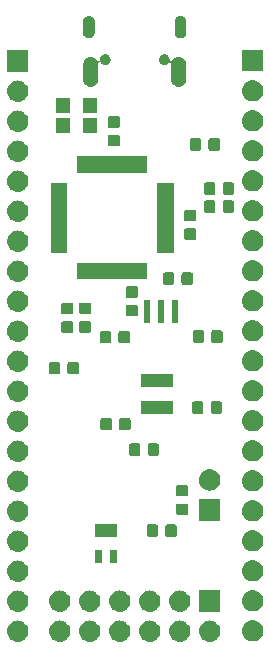
<source format=gbs>
G04 #@! TF.GenerationSoftware,KiCad,Pcbnew,(5.0.0-3-g5ebb6b6)*
G04 #@! TF.CreationDate,2020-03-21T14:46:23-07:00*
G04 #@! TF.ProjectId,ravenna,726176656E6E612E6B696361645F7063,rev?*
G04 #@! TF.SameCoordinates,Original*
G04 #@! TF.FileFunction,Soldermask,Bot*
G04 #@! TF.FilePolarity,Negative*
%FSLAX46Y46*%
G04 Gerber Fmt 4.6, Leading zero omitted, Abs format (unit mm)*
G04 Created by KiCad (PCBNEW (5.0.0-3-g5ebb6b6)) date Saturday, March 21, 2020 at 02:46:23 PM*
%MOMM*%
%LPD*%
G01*
G04 APERTURE LIST*
%ADD10C,0.100000*%
G04 APERTURE END LIST*
D10*
G36*
X154923442Y-133090518D02*
X154989627Y-133097037D01*
X155059250Y-133118157D01*
X155159467Y-133148557D01*
X155259115Y-133201821D01*
X155315991Y-133232222D01*
X155351729Y-133261552D01*
X155453186Y-133344814D01*
X155536448Y-133446271D01*
X155565778Y-133482009D01*
X155565779Y-133482011D01*
X155649443Y-133638533D01*
X155649443Y-133638534D01*
X155700963Y-133808373D01*
X155718359Y-133985000D01*
X155700963Y-134161627D01*
X155666616Y-134274853D01*
X155649443Y-134331467D01*
X155582028Y-134457589D01*
X155565778Y-134487991D01*
X155536448Y-134523729D01*
X155453186Y-134625186D01*
X155353033Y-134707378D01*
X155315991Y-134737778D01*
X155315989Y-134737779D01*
X155159467Y-134821443D01*
X155102853Y-134838616D01*
X154989627Y-134872963D01*
X154923442Y-134879482D01*
X154857260Y-134886000D01*
X154768740Y-134886000D01*
X154702558Y-134879482D01*
X154636373Y-134872963D01*
X154523147Y-134838616D01*
X154466533Y-134821443D01*
X154310011Y-134737779D01*
X154310009Y-134737778D01*
X154272967Y-134707378D01*
X154172814Y-134625186D01*
X154089552Y-134523729D01*
X154060222Y-134487991D01*
X154043972Y-134457589D01*
X153976557Y-134331467D01*
X153959384Y-134274853D01*
X153925037Y-134161627D01*
X153907641Y-133985000D01*
X153925037Y-133808373D01*
X153976557Y-133638534D01*
X153976557Y-133638533D01*
X154060221Y-133482011D01*
X154060222Y-133482009D01*
X154089552Y-133446271D01*
X154172814Y-133344814D01*
X154274271Y-133261552D01*
X154310009Y-133232222D01*
X154366885Y-133201821D01*
X154466533Y-133148557D01*
X154566750Y-133118157D01*
X154636373Y-133097037D01*
X154702558Y-133090518D01*
X154768740Y-133084000D01*
X154857260Y-133084000D01*
X154923442Y-133090518D01*
X154923442Y-133090518D01*
G37*
G36*
X152383442Y-133090518D02*
X152449627Y-133097037D01*
X152519250Y-133118157D01*
X152619467Y-133148557D01*
X152719115Y-133201821D01*
X152775991Y-133232222D01*
X152811729Y-133261552D01*
X152913186Y-133344814D01*
X152996448Y-133446271D01*
X153025778Y-133482009D01*
X153025779Y-133482011D01*
X153109443Y-133638533D01*
X153109443Y-133638534D01*
X153160963Y-133808373D01*
X153178359Y-133985000D01*
X153160963Y-134161627D01*
X153126616Y-134274853D01*
X153109443Y-134331467D01*
X153042028Y-134457589D01*
X153025778Y-134487991D01*
X152996448Y-134523729D01*
X152913186Y-134625186D01*
X152813033Y-134707378D01*
X152775991Y-134737778D01*
X152775989Y-134737779D01*
X152619467Y-134821443D01*
X152562853Y-134838616D01*
X152449627Y-134872963D01*
X152383442Y-134879482D01*
X152317260Y-134886000D01*
X152228740Y-134886000D01*
X152162558Y-134879482D01*
X152096373Y-134872963D01*
X151983147Y-134838616D01*
X151926533Y-134821443D01*
X151770011Y-134737779D01*
X151770009Y-134737778D01*
X151732967Y-134707378D01*
X151632814Y-134625186D01*
X151549552Y-134523729D01*
X151520222Y-134487991D01*
X151503972Y-134457589D01*
X151436557Y-134331467D01*
X151419384Y-134274853D01*
X151385037Y-134161627D01*
X151367641Y-133985000D01*
X151385037Y-133808373D01*
X151436557Y-133638534D01*
X151436557Y-133638533D01*
X151520221Y-133482011D01*
X151520222Y-133482009D01*
X151549552Y-133446271D01*
X151632814Y-133344814D01*
X151734271Y-133261552D01*
X151770009Y-133232222D01*
X151826885Y-133201821D01*
X151926533Y-133148557D01*
X152026750Y-133118157D01*
X152096373Y-133097037D01*
X152162558Y-133090518D01*
X152228740Y-133084000D01*
X152317260Y-133084000D01*
X152383442Y-133090518D01*
X152383442Y-133090518D01*
G37*
G36*
X149843442Y-133090518D02*
X149909627Y-133097037D01*
X149979250Y-133118157D01*
X150079467Y-133148557D01*
X150179115Y-133201821D01*
X150235991Y-133232222D01*
X150271729Y-133261552D01*
X150373186Y-133344814D01*
X150456448Y-133446271D01*
X150485778Y-133482009D01*
X150485779Y-133482011D01*
X150569443Y-133638533D01*
X150569443Y-133638534D01*
X150620963Y-133808373D01*
X150638359Y-133985000D01*
X150620963Y-134161627D01*
X150586616Y-134274853D01*
X150569443Y-134331467D01*
X150502028Y-134457589D01*
X150485778Y-134487991D01*
X150456448Y-134523729D01*
X150373186Y-134625186D01*
X150273033Y-134707378D01*
X150235991Y-134737778D01*
X150235989Y-134737779D01*
X150079467Y-134821443D01*
X150022853Y-134838616D01*
X149909627Y-134872963D01*
X149843442Y-134879482D01*
X149777260Y-134886000D01*
X149688740Y-134886000D01*
X149622558Y-134879482D01*
X149556373Y-134872963D01*
X149443147Y-134838616D01*
X149386533Y-134821443D01*
X149230011Y-134737779D01*
X149230009Y-134737778D01*
X149192967Y-134707378D01*
X149092814Y-134625186D01*
X149009552Y-134523729D01*
X148980222Y-134487991D01*
X148963972Y-134457589D01*
X148896557Y-134331467D01*
X148879384Y-134274853D01*
X148845037Y-134161627D01*
X148827641Y-133985000D01*
X148845037Y-133808373D01*
X148896557Y-133638534D01*
X148896557Y-133638533D01*
X148980221Y-133482011D01*
X148980222Y-133482009D01*
X149009552Y-133446271D01*
X149092814Y-133344814D01*
X149194271Y-133261552D01*
X149230009Y-133232222D01*
X149286885Y-133201821D01*
X149386533Y-133148557D01*
X149486750Y-133118157D01*
X149556373Y-133097037D01*
X149622558Y-133090518D01*
X149688740Y-133084000D01*
X149777260Y-133084000D01*
X149843442Y-133090518D01*
X149843442Y-133090518D01*
G37*
G36*
X147303442Y-133090518D02*
X147369627Y-133097037D01*
X147439250Y-133118157D01*
X147539467Y-133148557D01*
X147639115Y-133201821D01*
X147695991Y-133232222D01*
X147731729Y-133261552D01*
X147833186Y-133344814D01*
X147916448Y-133446271D01*
X147945778Y-133482009D01*
X147945779Y-133482011D01*
X148029443Y-133638533D01*
X148029443Y-133638534D01*
X148080963Y-133808373D01*
X148098359Y-133985000D01*
X148080963Y-134161627D01*
X148046616Y-134274853D01*
X148029443Y-134331467D01*
X147962028Y-134457589D01*
X147945778Y-134487991D01*
X147916448Y-134523729D01*
X147833186Y-134625186D01*
X147733033Y-134707378D01*
X147695991Y-134737778D01*
X147695989Y-134737779D01*
X147539467Y-134821443D01*
X147482853Y-134838616D01*
X147369627Y-134872963D01*
X147303442Y-134879482D01*
X147237260Y-134886000D01*
X147148740Y-134886000D01*
X147082558Y-134879482D01*
X147016373Y-134872963D01*
X146903147Y-134838616D01*
X146846533Y-134821443D01*
X146690011Y-134737779D01*
X146690009Y-134737778D01*
X146652967Y-134707378D01*
X146552814Y-134625186D01*
X146469552Y-134523729D01*
X146440222Y-134487991D01*
X146423972Y-134457589D01*
X146356557Y-134331467D01*
X146339384Y-134274853D01*
X146305037Y-134161627D01*
X146287641Y-133985000D01*
X146305037Y-133808373D01*
X146356557Y-133638534D01*
X146356557Y-133638533D01*
X146440221Y-133482011D01*
X146440222Y-133482009D01*
X146469552Y-133446271D01*
X146552814Y-133344814D01*
X146654271Y-133261552D01*
X146690009Y-133232222D01*
X146746885Y-133201821D01*
X146846533Y-133148557D01*
X146946750Y-133118157D01*
X147016373Y-133097037D01*
X147082558Y-133090518D01*
X147148740Y-133084000D01*
X147237260Y-133084000D01*
X147303442Y-133090518D01*
X147303442Y-133090518D01*
G37*
G36*
X144763442Y-133090518D02*
X144829627Y-133097037D01*
X144899250Y-133118157D01*
X144999467Y-133148557D01*
X145099115Y-133201821D01*
X145155991Y-133232222D01*
X145191729Y-133261552D01*
X145293186Y-133344814D01*
X145376448Y-133446271D01*
X145405778Y-133482009D01*
X145405779Y-133482011D01*
X145489443Y-133638533D01*
X145489443Y-133638534D01*
X145540963Y-133808373D01*
X145558359Y-133985000D01*
X145540963Y-134161627D01*
X145506616Y-134274853D01*
X145489443Y-134331467D01*
X145422028Y-134457589D01*
X145405778Y-134487991D01*
X145376448Y-134523729D01*
X145293186Y-134625186D01*
X145193033Y-134707378D01*
X145155991Y-134737778D01*
X145155989Y-134737779D01*
X144999467Y-134821443D01*
X144942853Y-134838616D01*
X144829627Y-134872963D01*
X144763442Y-134879482D01*
X144697260Y-134886000D01*
X144608740Y-134886000D01*
X144542558Y-134879482D01*
X144476373Y-134872963D01*
X144363147Y-134838616D01*
X144306533Y-134821443D01*
X144150011Y-134737779D01*
X144150009Y-134737778D01*
X144112967Y-134707378D01*
X144012814Y-134625186D01*
X143929552Y-134523729D01*
X143900222Y-134487991D01*
X143883972Y-134457589D01*
X143816557Y-134331467D01*
X143799384Y-134274853D01*
X143765037Y-134161627D01*
X143747641Y-133985000D01*
X143765037Y-133808373D01*
X143816557Y-133638534D01*
X143816557Y-133638533D01*
X143900221Y-133482011D01*
X143900222Y-133482009D01*
X143929552Y-133446271D01*
X144012814Y-133344814D01*
X144114271Y-133261552D01*
X144150009Y-133232222D01*
X144206885Y-133201821D01*
X144306533Y-133148557D01*
X144406750Y-133118157D01*
X144476373Y-133097037D01*
X144542558Y-133090518D01*
X144608740Y-133084000D01*
X144697260Y-133084000D01*
X144763442Y-133090518D01*
X144763442Y-133090518D01*
G37*
G36*
X142223442Y-133090518D02*
X142289627Y-133097037D01*
X142359250Y-133118157D01*
X142459467Y-133148557D01*
X142559115Y-133201821D01*
X142615991Y-133232222D01*
X142651729Y-133261552D01*
X142753186Y-133344814D01*
X142836448Y-133446271D01*
X142865778Y-133482009D01*
X142865779Y-133482011D01*
X142949443Y-133638533D01*
X142949443Y-133638534D01*
X143000963Y-133808373D01*
X143018359Y-133985000D01*
X143000963Y-134161627D01*
X142966616Y-134274853D01*
X142949443Y-134331467D01*
X142882028Y-134457589D01*
X142865778Y-134487991D01*
X142836448Y-134523729D01*
X142753186Y-134625186D01*
X142653033Y-134707378D01*
X142615991Y-134737778D01*
X142615989Y-134737779D01*
X142459467Y-134821443D01*
X142402853Y-134838616D01*
X142289627Y-134872963D01*
X142223442Y-134879482D01*
X142157260Y-134886000D01*
X142068740Y-134886000D01*
X142002558Y-134879482D01*
X141936373Y-134872963D01*
X141823147Y-134838616D01*
X141766533Y-134821443D01*
X141610011Y-134737779D01*
X141610009Y-134737778D01*
X141572967Y-134707378D01*
X141472814Y-134625186D01*
X141389552Y-134523729D01*
X141360222Y-134487991D01*
X141343972Y-134457589D01*
X141276557Y-134331467D01*
X141259384Y-134274853D01*
X141225037Y-134161627D01*
X141207641Y-133985000D01*
X141225037Y-133808373D01*
X141276557Y-133638534D01*
X141276557Y-133638533D01*
X141360221Y-133482011D01*
X141360222Y-133482009D01*
X141389552Y-133446271D01*
X141472814Y-133344814D01*
X141574271Y-133261552D01*
X141610009Y-133232222D01*
X141666885Y-133201821D01*
X141766533Y-133148557D01*
X141866750Y-133118157D01*
X141936373Y-133097037D01*
X142002558Y-133090518D01*
X142068740Y-133084000D01*
X142157260Y-133084000D01*
X142223442Y-133090518D01*
X142223442Y-133090518D01*
G37*
G36*
X138667442Y-133090518D02*
X138733627Y-133097037D01*
X138803250Y-133118157D01*
X138903467Y-133148557D01*
X139003115Y-133201821D01*
X139059991Y-133232222D01*
X139095729Y-133261552D01*
X139197186Y-133344814D01*
X139280448Y-133446271D01*
X139309778Y-133482009D01*
X139309779Y-133482011D01*
X139393443Y-133638533D01*
X139393443Y-133638534D01*
X139444963Y-133808373D01*
X139462359Y-133985000D01*
X139444963Y-134161627D01*
X139410616Y-134274853D01*
X139393443Y-134331467D01*
X139326028Y-134457589D01*
X139309778Y-134487991D01*
X139280448Y-134523729D01*
X139197186Y-134625186D01*
X139097033Y-134707378D01*
X139059991Y-134737778D01*
X139059989Y-134737779D01*
X138903467Y-134821443D01*
X138846853Y-134838616D01*
X138733627Y-134872963D01*
X138667442Y-134879482D01*
X138601260Y-134886000D01*
X138512740Y-134886000D01*
X138446558Y-134879482D01*
X138380373Y-134872963D01*
X138267147Y-134838616D01*
X138210533Y-134821443D01*
X138054011Y-134737779D01*
X138054009Y-134737778D01*
X138016967Y-134707378D01*
X137916814Y-134625186D01*
X137833552Y-134523729D01*
X137804222Y-134487991D01*
X137787972Y-134457589D01*
X137720557Y-134331467D01*
X137703384Y-134274853D01*
X137669037Y-134161627D01*
X137651641Y-133985000D01*
X137669037Y-133808373D01*
X137720557Y-133638534D01*
X137720557Y-133638533D01*
X137804221Y-133482011D01*
X137804222Y-133482009D01*
X137833552Y-133446271D01*
X137916814Y-133344814D01*
X138018271Y-133261552D01*
X138054009Y-133232222D01*
X138110885Y-133201821D01*
X138210533Y-133148557D01*
X138310750Y-133118157D01*
X138380373Y-133097037D01*
X138446558Y-133090518D01*
X138512740Y-133084000D01*
X138601260Y-133084000D01*
X138667442Y-133090518D01*
X138667442Y-133090518D01*
G37*
G36*
X158555542Y-133060118D02*
X158621727Y-133066637D01*
X158734953Y-133100984D01*
X158791567Y-133118157D01*
X158930187Y-133192252D01*
X158948091Y-133201822D01*
X158983829Y-133231152D01*
X159085286Y-133314414D01*
X159168548Y-133415871D01*
X159197878Y-133451609D01*
X159197879Y-133451611D01*
X159281543Y-133608133D01*
X159290765Y-133638534D01*
X159333063Y-133777973D01*
X159350459Y-133954600D01*
X159333063Y-134131227D01*
X159323841Y-134161627D01*
X159281543Y-134301067D01*
X159207448Y-134439687D01*
X159197878Y-134457591D01*
X159172931Y-134487989D01*
X159085286Y-134594786D01*
X158983829Y-134678048D01*
X158948091Y-134707378D01*
X158948089Y-134707379D01*
X158791567Y-134791043D01*
X158734953Y-134808216D01*
X158621727Y-134842563D01*
X158555543Y-134849081D01*
X158489360Y-134855600D01*
X158400840Y-134855600D01*
X158334657Y-134849081D01*
X158268473Y-134842563D01*
X158155247Y-134808216D01*
X158098633Y-134791043D01*
X157942111Y-134707379D01*
X157942109Y-134707378D01*
X157906371Y-134678048D01*
X157804914Y-134594786D01*
X157717269Y-134487989D01*
X157692322Y-134457591D01*
X157682752Y-134439687D01*
X157608657Y-134301067D01*
X157566359Y-134161627D01*
X157557137Y-134131227D01*
X157539741Y-133954600D01*
X157557137Y-133777973D01*
X157599435Y-133638534D01*
X157608657Y-133608133D01*
X157692321Y-133451611D01*
X157692322Y-133451609D01*
X157721652Y-133415871D01*
X157804914Y-133314414D01*
X157906371Y-133231152D01*
X157942109Y-133201822D01*
X157960013Y-133192252D01*
X158098633Y-133118157D01*
X158155247Y-133100984D01*
X158268473Y-133066637D01*
X158334658Y-133060118D01*
X158400840Y-133053600D01*
X158489360Y-133053600D01*
X158555542Y-133060118D01*
X158555542Y-133060118D01*
G37*
G36*
X138667443Y-130550519D02*
X138733627Y-130557037D01*
X138803250Y-130578157D01*
X138903467Y-130608557D01*
X139003115Y-130661821D01*
X139059991Y-130692222D01*
X139095729Y-130721552D01*
X139197186Y-130804814D01*
X139280448Y-130906271D01*
X139309778Y-130942009D01*
X139309779Y-130942011D01*
X139393443Y-131098533D01*
X139393443Y-131098534D01*
X139444963Y-131268373D01*
X139462359Y-131445000D01*
X139444963Y-131621627D01*
X139410616Y-131734853D01*
X139393443Y-131791467D01*
X139326028Y-131917589D01*
X139309778Y-131947991D01*
X139280448Y-131983729D01*
X139197186Y-132085186D01*
X139097033Y-132167378D01*
X139059991Y-132197778D01*
X139059989Y-132197779D01*
X138903467Y-132281443D01*
X138846853Y-132298616D01*
X138733627Y-132332963D01*
X138667442Y-132339482D01*
X138601260Y-132346000D01*
X138512740Y-132346000D01*
X138446558Y-132339482D01*
X138380373Y-132332963D01*
X138267147Y-132298616D01*
X138210533Y-132281443D01*
X138054011Y-132197779D01*
X138054009Y-132197778D01*
X138016967Y-132167378D01*
X137916814Y-132085186D01*
X137833552Y-131983729D01*
X137804222Y-131947991D01*
X137787972Y-131917589D01*
X137720557Y-131791467D01*
X137703384Y-131734853D01*
X137669037Y-131621627D01*
X137651641Y-131445000D01*
X137669037Y-131268373D01*
X137720557Y-131098534D01*
X137720557Y-131098533D01*
X137804221Y-130942011D01*
X137804222Y-130942009D01*
X137833552Y-130906271D01*
X137916814Y-130804814D01*
X138018271Y-130721552D01*
X138054009Y-130692222D01*
X138110885Y-130661821D01*
X138210533Y-130608557D01*
X138310750Y-130578157D01*
X138380373Y-130557037D01*
X138446557Y-130550519D01*
X138512740Y-130544000D01*
X138601260Y-130544000D01*
X138667443Y-130550519D01*
X138667443Y-130550519D01*
G37*
G36*
X142223443Y-130550519D02*
X142289627Y-130557037D01*
X142359250Y-130578157D01*
X142459467Y-130608557D01*
X142559115Y-130661821D01*
X142615991Y-130692222D01*
X142651729Y-130721552D01*
X142753186Y-130804814D01*
X142836448Y-130906271D01*
X142865778Y-130942009D01*
X142865779Y-130942011D01*
X142949443Y-131098533D01*
X142949443Y-131098534D01*
X143000963Y-131268373D01*
X143018359Y-131445000D01*
X143000963Y-131621627D01*
X142966616Y-131734853D01*
X142949443Y-131791467D01*
X142882028Y-131917589D01*
X142865778Y-131947991D01*
X142836448Y-131983729D01*
X142753186Y-132085186D01*
X142653033Y-132167378D01*
X142615991Y-132197778D01*
X142615989Y-132197779D01*
X142459467Y-132281443D01*
X142402853Y-132298616D01*
X142289627Y-132332963D01*
X142223442Y-132339482D01*
X142157260Y-132346000D01*
X142068740Y-132346000D01*
X142002558Y-132339482D01*
X141936373Y-132332963D01*
X141823147Y-132298616D01*
X141766533Y-132281443D01*
X141610011Y-132197779D01*
X141610009Y-132197778D01*
X141572967Y-132167378D01*
X141472814Y-132085186D01*
X141389552Y-131983729D01*
X141360222Y-131947991D01*
X141343972Y-131917589D01*
X141276557Y-131791467D01*
X141259384Y-131734853D01*
X141225037Y-131621627D01*
X141207641Y-131445000D01*
X141225037Y-131268373D01*
X141276557Y-131098534D01*
X141276557Y-131098533D01*
X141360221Y-130942011D01*
X141360222Y-130942009D01*
X141389552Y-130906271D01*
X141472814Y-130804814D01*
X141574271Y-130721552D01*
X141610009Y-130692222D01*
X141666885Y-130661821D01*
X141766533Y-130608557D01*
X141866750Y-130578157D01*
X141936373Y-130557037D01*
X142002557Y-130550519D01*
X142068740Y-130544000D01*
X142157260Y-130544000D01*
X142223443Y-130550519D01*
X142223443Y-130550519D01*
G37*
G36*
X144763443Y-130550519D02*
X144829627Y-130557037D01*
X144899250Y-130578157D01*
X144999467Y-130608557D01*
X145099115Y-130661821D01*
X145155991Y-130692222D01*
X145191729Y-130721552D01*
X145293186Y-130804814D01*
X145376448Y-130906271D01*
X145405778Y-130942009D01*
X145405779Y-130942011D01*
X145489443Y-131098533D01*
X145489443Y-131098534D01*
X145540963Y-131268373D01*
X145558359Y-131445000D01*
X145540963Y-131621627D01*
X145506616Y-131734853D01*
X145489443Y-131791467D01*
X145422028Y-131917589D01*
X145405778Y-131947991D01*
X145376448Y-131983729D01*
X145293186Y-132085186D01*
X145193033Y-132167378D01*
X145155991Y-132197778D01*
X145155989Y-132197779D01*
X144999467Y-132281443D01*
X144942853Y-132298616D01*
X144829627Y-132332963D01*
X144763442Y-132339482D01*
X144697260Y-132346000D01*
X144608740Y-132346000D01*
X144542558Y-132339482D01*
X144476373Y-132332963D01*
X144363147Y-132298616D01*
X144306533Y-132281443D01*
X144150011Y-132197779D01*
X144150009Y-132197778D01*
X144112967Y-132167378D01*
X144012814Y-132085186D01*
X143929552Y-131983729D01*
X143900222Y-131947991D01*
X143883972Y-131917589D01*
X143816557Y-131791467D01*
X143799384Y-131734853D01*
X143765037Y-131621627D01*
X143747641Y-131445000D01*
X143765037Y-131268373D01*
X143816557Y-131098534D01*
X143816557Y-131098533D01*
X143900221Y-130942011D01*
X143900222Y-130942009D01*
X143929552Y-130906271D01*
X144012814Y-130804814D01*
X144114271Y-130721552D01*
X144150009Y-130692222D01*
X144206885Y-130661821D01*
X144306533Y-130608557D01*
X144406750Y-130578157D01*
X144476373Y-130557037D01*
X144542557Y-130550519D01*
X144608740Y-130544000D01*
X144697260Y-130544000D01*
X144763443Y-130550519D01*
X144763443Y-130550519D01*
G37*
G36*
X155714000Y-132346000D02*
X153912000Y-132346000D01*
X153912000Y-130544000D01*
X155714000Y-130544000D01*
X155714000Y-132346000D01*
X155714000Y-132346000D01*
G37*
G36*
X147303443Y-130550519D02*
X147369627Y-130557037D01*
X147439250Y-130578157D01*
X147539467Y-130608557D01*
X147639115Y-130661821D01*
X147695991Y-130692222D01*
X147731729Y-130721552D01*
X147833186Y-130804814D01*
X147916448Y-130906271D01*
X147945778Y-130942009D01*
X147945779Y-130942011D01*
X148029443Y-131098533D01*
X148029443Y-131098534D01*
X148080963Y-131268373D01*
X148098359Y-131445000D01*
X148080963Y-131621627D01*
X148046616Y-131734853D01*
X148029443Y-131791467D01*
X147962028Y-131917589D01*
X147945778Y-131947991D01*
X147916448Y-131983729D01*
X147833186Y-132085186D01*
X147733033Y-132167378D01*
X147695991Y-132197778D01*
X147695989Y-132197779D01*
X147539467Y-132281443D01*
X147482853Y-132298616D01*
X147369627Y-132332963D01*
X147303442Y-132339482D01*
X147237260Y-132346000D01*
X147148740Y-132346000D01*
X147082558Y-132339482D01*
X147016373Y-132332963D01*
X146903147Y-132298616D01*
X146846533Y-132281443D01*
X146690011Y-132197779D01*
X146690009Y-132197778D01*
X146652967Y-132167378D01*
X146552814Y-132085186D01*
X146469552Y-131983729D01*
X146440222Y-131947991D01*
X146423972Y-131917589D01*
X146356557Y-131791467D01*
X146339384Y-131734853D01*
X146305037Y-131621627D01*
X146287641Y-131445000D01*
X146305037Y-131268373D01*
X146356557Y-131098534D01*
X146356557Y-131098533D01*
X146440221Y-130942011D01*
X146440222Y-130942009D01*
X146469552Y-130906271D01*
X146552814Y-130804814D01*
X146654271Y-130721552D01*
X146690009Y-130692222D01*
X146746885Y-130661821D01*
X146846533Y-130608557D01*
X146946750Y-130578157D01*
X147016373Y-130557037D01*
X147082557Y-130550519D01*
X147148740Y-130544000D01*
X147237260Y-130544000D01*
X147303443Y-130550519D01*
X147303443Y-130550519D01*
G37*
G36*
X152383443Y-130550519D02*
X152449627Y-130557037D01*
X152519250Y-130578157D01*
X152619467Y-130608557D01*
X152719115Y-130661821D01*
X152775991Y-130692222D01*
X152811729Y-130721552D01*
X152913186Y-130804814D01*
X152996448Y-130906271D01*
X153025778Y-130942009D01*
X153025779Y-130942011D01*
X153109443Y-131098533D01*
X153109443Y-131098534D01*
X153160963Y-131268373D01*
X153178359Y-131445000D01*
X153160963Y-131621627D01*
X153126616Y-131734853D01*
X153109443Y-131791467D01*
X153042028Y-131917589D01*
X153025778Y-131947991D01*
X152996448Y-131983729D01*
X152913186Y-132085186D01*
X152813033Y-132167378D01*
X152775991Y-132197778D01*
X152775989Y-132197779D01*
X152619467Y-132281443D01*
X152562853Y-132298616D01*
X152449627Y-132332963D01*
X152383442Y-132339482D01*
X152317260Y-132346000D01*
X152228740Y-132346000D01*
X152162558Y-132339482D01*
X152096373Y-132332963D01*
X151983147Y-132298616D01*
X151926533Y-132281443D01*
X151770011Y-132197779D01*
X151770009Y-132197778D01*
X151732967Y-132167378D01*
X151632814Y-132085186D01*
X151549552Y-131983729D01*
X151520222Y-131947991D01*
X151503972Y-131917589D01*
X151436557Y-131791467D01*
X151419384Y-131734853D01*
X151385037Y-131621627D01*
X151367641Y-131445000D01*
X151385037Y-131268373D01*
X151436557Y-131098534D01*
X151436557Y-131098533D01*
X151520221Y-130942011D01*
X151520222Y-130942009D01*
X151549552Y-130906271D01*
X151632814Y-130804814D01*
X151734271Y-130721552D01*
X151770009Y-130692222D01*
X151826885Y-130661821D01*
X151926533Y-130608557D01*
X152026750Y-130578157D01*
X152096373Y-130557037D01*
X152162557Y-130550519D01*
X152228740Y-130544000D01*
X152317260Y-130544000D01*
X152383443Y-130550519D01*
X152383443Y-130550519D01*
G37*
G36*
X149843443Y-130550519D02*
X149909627Y-130557037D01*
X149979250Y-130578157D01*
X150079467Y-130608557D01*
X150179115Y-130661821D01*
X150235991Y-130692222D01*
X150271729Y-130721552D01*
X150373186Y-130804814D01*
X150456448Y-130906271D01*
X150485778Y-130942009D01*
X150485779Y-130942011D01*
X150569443Y-131098533D01*
X150569443Y-131098534D01*
X150620963Y-131268373D01*
X150638359Y-131445000D01*
X150620963Y-131621627D01*
X150586616Y-131734853D01*
X150569443Y-131791467D01*
X150502028Y-131917589D01*
X150485778Y-131947991D01*
X150456448Y-131983729D01*
X150373186Y-132085186D01*
X150273033Y-132167378D01*
X150235991Y-132197778D01*
X150235989Y-132197779D01*
X150079467Y-132281443D01*
X150022853Y-132298616D01*
X149909627Y-132332963D01*
X149843442Y-132339482D01*
X149777260Y-132346000D01*
X149688740Y-132346000D01*
X149622558Y-132339482D01*
X149556373Y-132332963D01*
X149443147Y-132298616D01*
X149386533Y-132281443D01*
X149230011Y-132197779D01*
X149230009Y-132197778D01*
X149192967Y-132167378D01*
X149092814Y-132085186D01*
X149009552Y-131983729D01*
X148980222Y-131947991D01*
X148963972Y-131917589D01*
X148896557Y-131791467D01*
X148879384Y-131734853D01*
X148845037Y-131621627D01*
X148827641Y-131445000D01*
X148845037Y-131268373D01*
X148896557Y-131098534D01*
X148896557Y-131098533D01*
X148980221Y-130942011D01*
X148980222Y-130942009D01*
X149009552Y-130906271D01*
X149092814Y-130804814D01*
X149194271Y-130721552D01*
X149230009Y-130692222D01*
X149286885Y-130661821D01*
X149386533Y-130608557D01*
X149486750Y-130578157D01*
X149556373Y-130557037D01*
X149622557Y-130550519D01*
X149688740Y-130544000D01*
X149777260Y-130544000D01*
X149843443Y-130550519D01*
X149843443Y-130550519D01*
G37*
G36*
X158555542Y-130520118D02*
X158621727Y-130526637D01*
X158734953Y-130560984D01*
X158791567Y-130578157D01*
X158930187Y-130652252D01*
X158948091Y-130661822D01*
X158983829Y-130691152D01*
X159085286Y-130774414D01*
X159168548Y-130875871D01*
X159197878Y-130911609D01*
X159197879Y-130911611D01*
X159281543Y-131068133D01*
X159290765Y-131098534D01*
X159333063Y-131237973D01*
X159350459Y-131414600D01*
X159333063Y-131591227D01*
X159323841Y-131621627D01*
X159281543Y-131761067D01*
X159207448Y-131899687D01*
X159197878Y-131917591D01*
X159172931Y-131947989D01*
X159085286Y-132054786D01*
X158983829Y-132138048D01*
X158948091Y-132167378D01*
X158948089Y-132167379D01*
X158791567Y-132251043D01*
X158734953Y-132268216D01*
X158621727Y-132302563D01*
X158555542Y-132309082D01*
X158489360Y-132315600D01*
X158400840Y-132315600D01*
X158334658Y-132309082D01*
X158268473Y-132302563D01*
X158155247Y-132268216D01*
X158098633Y-132251043D01*
X157942111Y-132167379D01*
X157942109Y-132167378D01*
X157906371Y-132138048D01*
X157804914Y-132054786D01*
X157717269Y-131947989D01*
X157692322Y-131917591D01*
X157682752Y-131899687D01*
X157608657Y-131761067D01*
X157566359Y-131621627D01*
X157557137Y-131591227D01*
X157539741Y-131414600D01*
X157557137Y-131237973D01*
X157599435Y-131098534D01*
X157608657Y-131068133D01*
X157692321Y-130911611D01*
X157692322Y-130911609D01*
X157721652Y-130875871D01*
X157804914Y-130774414D01*
X157906371Y-130691152D01*
X157942109Y-130661822D01*
X157960013Y-130652252D01*
X158098633Y-130578157D01*
X158155247Y-130560984D01*
X158268473Y-130526637D01*
X158334658Y-130520118D01*
X158400840Y-130513600D01*
X158489360Y-130513600D01*
X158555542Y-130520118D01*
X158555542Y-130520118D01*
G37*
G36*
X138667443Y-128010519D02*
X138733627Y-128017037D01*
X138803250Y-128038157D01*
X138903467Y-128068557D01*
X139003115Y-128121821D01*
X139059991Y-128152222D01*
X139095729Y-128181552D01*
X139197186Y-128264814D01*
X139280448Y-128366271D01*
X139309778Y-128402009D01*
X139309779Y-128402011D01*
X139393443Y-128558533D01*
X139393443Y-128558534D01*
X139444963Y-128728373D01*
X139462359Y-128905000D01*
X139444963Y-129081627D01*
X139410616Y-129194853D01*
X139393443Y-129251467D01*
X139326028Y-129377589D01*
X139309778Y-129407991D01*
X139280448Y-129443729D01*
X139197186Y-129545186D01*
X139097033Y-129627378D01*
X139059991Y-129657778D01*
X139059989Y-129657779D01*
X138903467Y-129741443D01*
X138846853Y-129758616D01*
X138733627Y-129792963D01*
X138667443Y-129799481D01*
X138601260Y-129806000D01*
X138512740Y-129806000D01*
X138446557Y-129799481D01*
X138380373Y-129792963D01*
X138267147Y-129758616D01*
X138210533Y-129741443D01*
X138054011Y-129657779D01*
X138054009Y-129657778D01*
X138016967Y-129627378D01*
X137916814Y-129545186D01*
X137833552Y-129443729D01*
X137804222Y-129407991D01*
X137787972Y-129377589D01*
X137720557Y-129251467D01*
X137703384Y-129194853D01*
X137669037Y-129081627D01*
X137651641Y-128905000D01*
X137669037Y-128728373D01*
X137720557Y-128558534D01*
X137720557Y-128558533D01*
X137804221Y-128402011D01*
X137804222Y-128402009D01*
X137833552Y-128366271D01*
X137916814Y-128264814D01*
X138018271Y-128181552D01*
X138054009Y-128152222D01*
X138110885Y-128121821D01*
X138210533Y-128068557D01*
X138310750Y-128038157D01*
X138380373Y-128017037D01*
X138446557Y-128010519D01*
X138512740Y-128004000D01*
X138601260Y-128004000D01*
X138667443Y-128010519D01*
X138667443Y-128010519D01*
G37*
G36*
X158555542Y-127980118D02*
X158621727Y-127986637D01*
X158734953Y-128020984D01*
X158791567Y-128038157D01*
X158930187Y-128112252D01*
X158948091Y-128121822D01*
X158983829Y-128151152D01*
X159085286Y-128234414D01*
X159168548Y-128335871D01*
X159197878Y-128371609D01*
X159197879Y-128371611D01*
X159281543Y-128528133D01*
X159290765Y-128558534D01*
X159333063Y-128697973D01*
X159350459Y-128874600D01*
X159333063Y-129051227D01*
X159323841Y-129081627D01*
X159281543Y-129221067D01*
X159207448Y-129359687D01*
X159197878Y-129377591D01*
X159172931Y-129407989D01*
X159085286Y-129514786D01*
X158983829Y-129598048D01*
X158948091Y-129627378D01*
X158948089Y-129627379D01*
X158791567Y-129711043D01*
X158734953Y-129728216D01*
X158621727Y-129762563D01*
X158555542Y-129769082D01*
X158489360Y-129775600D01*
X158400840Y-129775600D01*
X158334658Y-129769082D01*
X158268473Y-129762563D01*
X158155247Y-129728216D01*
X158098633Y-129711043D01*
X157942111Y-129627379D01*
X157942109Y-129627378D01*
X157906371Y-129598048D01*
X157804914Y-129514786D01*
X157717269Y-129407989D01*
X157692322Y-129377591D01*
X157682752Y-129359687D01*
X157608657Y-129221067D01*
X157566359Y-129081627D01*
X157557137Y-129051227D01*
X157539741Y-128874600D01*
X157557137Y-128697973D01*
X157599435Y-128558534D01*
X157608657Y-128528133D01*
X157692321Y-128371611D01*
X157692322Y-128371609D01*
X157721652Y-128335871D01*
X157804914Y-128234414D01*
X157906371Y-128151152D01*
X157942109Y-128121822D01*
X157960013Y-128112252D01*
X158098633Y-128038157D01*
X158155247Y-128020984D01*
X158268473Y-127986637D01*
X158334658Y-127980118D01*
X158400840Y-127973600D01*
X158489360Y-127973600D01*
X158555542Y-127980118D01*
X158555542Y-127980118D01*
G37*
G36*
X147000000Y-128226000D02*
X146400000Y-128226000D01*
X146400000Y-127126000D01*
X147000000Y-127126000D01*
X147000000Y-128226000D01*
X147000000Y-128226000D01*
G37*
G36*
X145700000Y-128226000D02*
X145100000Y-128226000D01*
X145100000Y-127126000D01*
X145700000Y-127126000D01*
X145700000Y-128226000D01*
X145700000Y-128226000D01*
G37*
G36*
X138667442Y-125470518D02*
X138733627Y-125477037D01*
X138803250Y-125498157D01*
X138903467Y-125528557D01*
X139003115Y-125581821D01*
X139059991Y-125612222D01*
X139095729Y-125641552D01*
X139197186Y-125724814D01*
X139263321Y-125805401D01*
X139309778Y-125862009D01*
X139309779Y-125862011D01*
X139393443Y-126018533D01*
X139393443Y-126018534D01*
X139444963Y-126188373D01*
X139462359Y-126365000D01*
X139444963Y-126541627D01*
X139410616Y-126654853D01*
X139393443Y-126711467D01*
X139326028Y-126837589D01*
X139309778Y-126867991D01*
X139280448Y-126903729D01*
X139197186Y-127005186D01*
X139097033Y-127087378D01*
X139059991Y-127117778D01*
X139059989Y-127117779D01*
X138903467Y-127201443D01*
X138846853Y-127218616D01*
X138733627Y-127252963D01*
X138667443Y-127259481D01*
X138601260Y-127266000D01*
X138512740Y-127266000D01*
X138446557Y-127259481D01*
X138380373Y-127252963D01*
X138267147Y-127218616D01*
X138210533Y-127201443D01*
X138054011Y-127117779D01*
X138054009Y-127117778D01*
X138016967Y-127087378D01*
X137916814Y-127005186D01*
X137833552Y-126903729D01*
X137804222Y-126867991D01*
X137787972Y-126837589D01*
X137720557Y-126711467D01*
X137703384Y-126654853D01*
X137669037Y-126541627D01*
X137651641Y-126365000D01*
X137669037Y-126188373D01*
X137720557Y-126018534D01*
X137720557Y-126018533D01*
X137804221Y-125862011D01*
X137804222Y-125862009D01*
X137850679Y-125805401D01*
X137916814Y-125724814D01*
X138018271Y-125641552D01*
X138054009Y-125612222D01*
X138110885Y-125581821D01*
X138210533Y-125528557D01*
X138310750Y-125498157D01*
X138380373Y-125477037D01*
X138446558Y-125470518D01*
X138512740Y-125464000D01*
X138601260Y-125464000D01*
X138667442Y-125470518D01*
X138667442Y-125470518D01*
G37*
G36*
X158555543Y-125440119D02*
X158621727Y-125446637D01*
X158734953Y-125480984D01*
X158791567Y-125498157D01*
X158930187Y-125572252D01*
X158948091Y-125581822D01*
X158983829Y-125611152D01*
X159085286Y-125694414D01*
X159168548Y-125795871D01*
X159197878Y-125831609D01*
X159197879Y-125831611D01*
X159281543Y-125988133D01*
X159290765Y-126018534D01*
X159333063Y-126157973D01*
X159350459Y-126334600D01*
X159333063Y-126511227D01*
X159323841Y-126541627D01*
X159281543Y-126681067D01*
X159207448Y-126819687D01*
X159197878Y-126837591D01*
X159172931Y-126867989D01*
X159085286Y-126974786D01*
X158983829Y-127058048D01*
X158948091Y-127087378D01*
X158948089Y-127087379D01*
X158791567Y-127171043D01*
X158734953Y-127188216D01*
X158621727Y-127222563D01*
X158555543Y-127229081D01*
X158489360Y-127235600D01*
X158400840Y-127235600D01*
X158334657Y-127229081D01*
X158268473Y-127222563D01*
X158155247Y-127188216D01*
X158098633Y-127171043D01*
X157942111Y-127087379D01*
X157942109Y-127087378D01*
X157906371Y-127058048D01*
X157804914Y-126974786D01*
X157717269Y-126867989D01*
X157692322Y-126837591D01*
X157682752Y-126819687D01*
X157608657Y-126681067D01*
X157566359Y-126541627D01*
X157557137Y-126511227D01*
X157539741Y-126334600D01*
X157557137Y-126157973D01*
X157599435Y-126018534D01*
X157608657Y-125988133D01*
X157692321Y-125831611D01*
X157692322Y-125831609D01*
X157721652Y-125795871D01*
X157804914Y-125694414D01*
X157906371Y-125611152D01*
X157942109Y-125581822D01*
X157960013Y-125572252D01*
X158098633Y-125498157D01*
X158155247Y-125480984D01*
X158268473Y-125446637D01*
X158334657Y-125440119D01*
X158400840Y-125433600D01*
X158489360Y-125433600D01*
X158555543Y-125440119D01*
X158555543Y-125440119D01*
G37*
G36*
X147000000Y-126026000D02*
X145100000Y-126026000D01*
X145100000Y-124926000D01*
X147000000Y-124926000D01*
X147000000Y-126026000D01*
X147000000Y-126026000D01*
G37*
G36*
X151878591Y-124954085D02*
X151912569Y-124964393D01*
X151943887Y-124981133D01*
X151971339Y-125003661D01*
X151993867Y-125031113D01*
X152010607Y-125062431D01*
X152020915Y-125096409D01*
X152025000Y-125137890D01*
X152025000Y-125814110D01*
X152020915Y-125855591D01*
X152010607Y-125889569D01*
X151993867Y-125920887D01*
X151971339Y-125948339D01*
X151943887Y-125970867D01*
X151912569Y-125987607D01*
X151878591Y-125997915D01*
X151837110Y-126002000D01*
X151235890Y-126002000D01*
X151194409Y-125997915D01*
X151160431Y-125987607D01*
X151129113Y-125970867D01*
X151101661Y-125948339D01*
X151079133Y-125920887D01*
X151062393Y-125889569D01*
X151052085Y-125855591D01*
X151048000Y-125814110D01*
X151048000Y-125137890D01*
X151052085Y-125096409D01*
X151062393Y-125062431D01*
X151079133Y-125031113D01*
X151101661Y-125003661D01*
X151129113Y-124981133D01*
X151160431Y-124964393D01*
X151194409Y-124954085D01*
X151235890Y-124950000D01*
X151837110Y-124950000D01*
X151878591Y-124954085D01*
X151878591Y-124954085D01*
G37*
G36*
X150303591Y-124954085D02*
X150337569Y-124964393D01*
X150368887Y-124981133D01*
X150396339Y-125003661D01*
X150418867Y-125031113D01*
X150435607Y-125062431D01*
X150445915Y-125096409D01*
X150450000Y-125137890D01*
X150450000Y-125814110D01*
X150445915Y-125855591D01*
X150435607Y-125889569D01*
X150418867Y-125920887D01*
X150396339Y-125948339D01*
X150368887Y-125970867D01*
X150337569Y-125987607D01*
X150303591Y-125997915D01*
X150262110Y-126002000D01*
X149660890Y-126002000D01*
X149619409Y-125997915D01*
X149585431Y-125987607D01*
X149554113Y-125970867D01*
X149526661Y-125948339D01*
X149504133Y-125920887D01*
X149487393Y-125889569D01*
X149477085Y-125855591D01*
X149473000Y-125814110D01*
X149473000Y-125137890D01*
X149477085Y-125096409D01*
X149487393Y-125062431D01*
X149504133Y-125031113D01*
X149526661Y-125003661D01*
X149554113Y-124981133D01*
X149585431Y-124964393D01*
X149619409Y-124954085D01*
X149660890Y-124950000D01*
X150262110Y-124950000D01*
X150303591Y-124954085D01*
X150303591Y-124954085D01*
G37*
G36*
X138667443Y-122930519D02*
X138733627Y-122937037D01*
X138803250Y-122958157D01*
X138903467Y-122988557D01*
X139003115Y-123041821D01*
X139059991Y-123072222D01*
X139095729Y-123101552D01*
X139197186Y-123184814D01*
X139263331Y-123265413D01*
X139309778Y-123322009D01*
X139309779Y-123322011D01*
X139393443Y-123478533D01*
X139393443Y-123478534D01*
X139444963Y-123648373D01*
X139462359Y-123825000D01*
X139444963Y-124001627D01*
X139421132Y-124080187D01*
X139393443Y-124171467D01*
X139326028Y-124297589D01*
X139309778Y-124327991D01*
X139280448Y-124363729D01*
X139197186Y-124465186D01*
X139097033Y-124547378D01*
X139059991Y-124577778D01*
X139059989Y-124577779D01*
X138903467Y-124661443D01*
X138846853Y-124678616D01*
X138733627Y-124712963D01*
X138667443Y-124719481D01*
X138601260Y-124726000D01*
X138512740Y-124726000D01*
X138446557Y-124719481D01*
X138380373Y-124712963D01*
X138267147Y-124678616D01*
X138210533Y-124661443D01*
X138054011Y-124577779D01*
X138054009Y-124577778D01*
X138016967Y-124547378D01*
X137916814Y-124465186D01*
X137833552Y-124363729D01*
X137804222Y-124327991D01*
X137787972Y-124297589D01*
X137720557Y-124171467D01*
X137692868Y-124080187D01*
X137669037Y-124001627D01*
X137651641Y-123825000D01*
X137669037Y-123648373D01*
X137720557Y-123478534D01*
X137720557Y-123478533D01*
X137804221Y-123322011D01*
X137804222Y-123322009D01*
X137850669Y-123265413D01*
X137916814Y-123184814D01*
X138018271Y-123101552D01*
X138054009Y-123072222D01*
X138110885Y-123041821D01*
X138210533Y-122988557D01*
X138310750Y-122958157D01*
X138380373Y-122937037D01*
X138446557Y-122930519D01*
X138512740Y-122924000D01*
X138601260Y-122924000D01*
X138667443Y-122930519D01*
X138667443Y-122930519D01*
G37*
G36*
X158555542Y-122900118D02*
X158621727Y-122906637D01*
X158734953Y-122940984D01*
X158791567Y-122958157D01*
X158930187Y-123032252D01*
X158948091Y-123041822D01*
X158983829Y-123071152D01*
X159085286Y-123154414D01*
X159135362Y-123215433D01*
X159197878Y-123291609D01*
X159197879Y-123291611D01*
X159281543Y-123448133D01*
X159290765Y-123478534D01*
X159333063Y-123617973D01*
X159350459Y-123794600D01*
X159333063Y-123971227D01*
X159308334Y-124052748D01*
X159281543Y-124141067D01*
X159207448Y-124279687D01*
X159197878Y-124297591D01*
X159172931Y-124327989D01*
X159085286Y-124434786D01*
X158983829Y-124518048D01*
X158948091Y-124547378D01*
X158948089Y-124547379D01*
X158791567Y-124631043D01*
X158734953Y-124648216D01*
X158621727Y-124682563D01*
X158555542Y-124689082D01*
X158489360Y-124695600D01*
X158400840Y-124695600D01*
X158334658Y-124689082D01*
X158268473Y-124682563D01*
X158155247Y-124648216D01*
X158098633Y-124631043D01*
X157942111Y-124547379D01*
X157942109Y-124547378D01*
X157906371Y-124518048D01*
X157804914Y-124434786D01*
X157717269Y-124327989D01*
X157692322Y-124297591D01*
X157682752Y-124279687D01*
X157608657Y-124141067D01*
X157581866Y-124052748D01*
X157557137Y-123971227D01*
X157539741Y-123794600D01*
X157557137Y-123617973D01*
X157599435Y-123478534D01*
X157608657Y-123448133D01*
X157692321Y-123291611D01*
X157692322Y-123291609D01*
X157754838Y-123215433D01*
X157804914Y-123154414D01*
X157906371Y-123071152D01*
X157942109Y-123041822D01*
X157960013Y-123032252D01*
X158098633Y-122958157D01*
X158155247Y-122940984D01*
X158268473Y-122906637D01*
X158334658Y-122900118D01*
X158400840Y-122893600D01*
X158489360Y-122893600D01*
X158555542Y-122900118D01*
X158555542Y-122900118D01*
G37*
G36*
X155714000Y-124624400D02*
X153912000Y-124624400D01*
X153912000Y-122822400D01*
X155714000Y-122822400D01*
X155714000Y-124624400D01*
X155714000Y-124624400D01*
G37*
G36*
X152855791Y-123188385D02*
X152889769Y-123198693D01*
X152921087Y-123215433D01*
X152948539Y-123237961D01*
X152971067Y-123265413D01*
X152987807Y-123296731D01*
X152998115Y-123330709D01*
X153002200Y-123372190D01*
X153002200Y-123973410D01*
X152998115Y-124014891D01*
X152987807Y-124048869D01*
X152971067Y-124080187D01*
X152948539Y-124107639D01*
X152921087Y-124130167D01*
X152889769Y-124146907D01*
X152855791Y-124157215D01*
X152814310Y-124161300D01*
X152138090Y-124161300D01*
X152096609Y-124157215D01*
X152062631Y-124146907D01*
X152031313Y-124130167D01*
X152003861Y-124107639D01*
X151981333Y-124080187D01*
X151964593Y-124048869D01*
X151954285Y-124014891D01*
X151950200Y-123973410D01*
X151950200Y-123372190D01*
X151954285Y-123330709D01*
X151964593Y-123296731D01*
X151981333Y-123265413D01*
X152003861Y-123237961D01*
X152031313Y-123215433D01*
X152062631Y-123198693D01*
X152096609Y-123188385D01*
X152138090Y-123184300D01*
X152814310Y-123184300D01*
X152855791Y-123188385D01*
X152855791Y-123188385D01*
G37*
G36*
X152855791Y-121613385D02*
X152889769Y-121623693D01*
X152921087Y-121640433D01*
X152948539Y-121662961D01*
X152971067Y-121690413D01*
X152987807Y-121721731D01*
X152998115Y-121755709D01*
X153002200Y-121797190D01*
X153002200Y-122398410D01*
X152998115Y-122439891D01*
X152987807Y-122473869D01*
X152971067Y-122505187D01*
X152948539Y-122532639D01*
X152921087Y-122555167D01*
X152889769Y-122571907D01*
X152855791Y-122582215D01*
X152814310Y-122586300D01*
X152138090Y-122586300D01*
X152096609Y-122582215D01*
X152062631Y-122571907D01*
X152031313Y-122555167D01*
X152003861Y-122532639D01*
X151981333Y-122505187D01*
X151964593Y-122473869D01*
X151954285Y-122439891D01*
X151950200Y-122398410D01*
X151950200Y-121797190D01*
X151954285Y-121755709D01*
X151964593Y-121721731D01*
X151981333Y-121690413D01*
X152003861Y-121662961D01*
X152031313Y-121640433D01*
X152062631Y-121623693D01*
X152096609Y-121613385D01*
X152138090Y-121609300D01*
X152814310Y-121609300D01*
X152855791Y-121613385D01*
X152855791Y-121613385D01*
G37*
G36*
X138667443Y-120390519D02*
X138733627Y-120397037D01*
X138803250Y-120418157D01*
X138903467Y-120448557D01*
X139003115Y-120501821D01*
X139059991Y-120532222D01*
X139095729Y-120561552D01*
X139197186Y-120644814D01*
X139280448Y-120746271D01*
X139309778Y-120782009D01*
X139309779Y-120782011D01*
X139393443Y-120938533D01*
X139393443Y-120938534D01*
X139444963Y-121108373D01*
X139462359Y-121285000D01*
X139444963Y-121461627D01*
X139410616Y-121574853D01*
X139393443Y-121631467D01*
X139345195Y-121721731D01*
X139309778Y-121787991D01*
X139295081Y-121805899D01*
X139197186Y-121925186D01*
X139097033Y-122007378D01*
X139059991Y-122037778D01*
X139059989Y-122037779D01*
X138903467Y-122121443D01*
X138846853Y-122138616D01*
X138733627Y-122172963D01*
X138667442Y-122179482D01*
X138601260Y-122186000D01*
X138512740Y-122186000D01*
X138446558Y-122179482D01*
X138380373Y-122172963D01*
X138267147Y-122138616D01*
X138210533Y-122121443D01*
X138054011Y-122037779D01*
X138054009Y-122037778D01*
X138016967Y-122007378D01*
X137916814Y-121925186D01*
X137818919Y-121805899D01*
X137804222Y-121787991D01*
X137768805Y-121721731D01*
X137720557Y-121631467D01*
X137703384Y-121574853D01*
X137669037Y-121461627D01*
X137651641Y-121285000D01*
X137669037Y-121108373D01*
X137720557Y-120938534D01*
X137720557Y-120938533D01*
X137804221Y-120782011D01*
X137804222Y-120782009D01*
X137833552Y-120746271D01*
X137916814Y-120644814D01*
X138018271Y-120561552D01*
X138054009Y-120532222D01*
X138110885Y-120501821D01*
X138210533Y-120448557D01*
X138310750Y-120418157D01*
X138380373Y-120397037D01*
X138446557Y-120390519D01*
X138512740Y-120384000D01*
X138601260Y-120384000D01*
X138667443Y-120390519D01*
X138667443Y-120390519D01*
G37*
G36*
X158555543Y-120360119D02*
X158621727Y-120366637D01*
X158734953Y-120400984D01*
X158791567Y-120418157D01*
X158930187Y-120492252D01*
X158948091Y-120501822D01*
X158983829Y-120531152D01*
X159085286Y-120614414D01*
X159168548Y-120715871D01*
X159197878Y-120751609D01*
X159197879Y-120751611D01*
X159281543Y-120908133D01*
X159290765Y-120938534D01*
X159333063Y-121077973D01*
X159350459Y-121254600D01*
X159333063Y-121431227D01*
X159323841Y-121461627D01*
X159281543Y-121601067D01*
X159233786Y-121690413D01*
X159197878Y-121757591D01*
X159195835Y-121760080D01*
X159085286Y-121894786D01*
X158983829Y-121978048D01*
X158948091Y-122007378D01*
X158948089Y-122007379D01*
X158791567Y-122091043D01*
X158734953Y-122108216D01*
X158621727Y-122142563D01*
X158555542Y-122149082D01*
X158489360Y-122155600D01*
X158400840Y-122155600D01*
X158334658Y-122149082D01*
X158268473Y-122142563D01*
X158155247Y-122108216D01*
X158098633Y-122091043D01*
X157942111Y-122007379D01*
X157942109Y-122007378D01*
X157906371Y-121978048D01*
X157804914Y-121894786D01*
X157694365Y-121760080D01*
X157692322Y-121757591D01*
X157656414Y-121690413D01*
X157608657Y-121601067D01*
X157566359Y-121461627D01*
X157557137Y-121431227D01*
X157539741Y-121254600D01*
X157557137Y-121077973D01*
X157599435Y-120938534D01*
X157608657Y-120908133D01*
X157692321Y-120751611D01*
X157692322Y-120751609D01*
X157721652Y-120715871D01*
X157804914Y-120614414D01*
X157906371Y-120531152D01*
X157942109Y-120501822D01*
X157960013Y-120492252D01*
X158098633Y-120418157D01*
X158155247Y-120400984D01*
X158268473Y-120366637D01*
X158334657Y-120360119D01*
X158400840Y-120353600D01*
X158489360Y-120353600D01*
X158555543Y-120360119D01*
X158555543Y-120360119D01*
G37*
G36*
X154923442Y-120288918D02*
X154989627Y-120295437D01*
X155102853Y-120329784D01*
X155159467Y-120346957D01*
X155292671Y-120418157D01*
X155315991Y-120430622D01*
X155351729Y-120459952D01*
X155453186Y-120543214D01*
X155511617Y-120614414D01*
X155565778Y-120680409D01*
X155565779Y-120680411D01*
X155649443Y-120836933D01*
X155649443Y-120836934D01*
X155700963Y-121006773D01*
X155718359Y-121183400D01*
X155700963Y-121360027D01*
X155679365Y-121431225D01*
X155649443Y-121529867D01*
X155604801Y-121613385D01*
X155565778Y-121686391D01*
X155562477Y-121690413D01*
X155453186Y-121823586D01*
X155366428Y-121894785D01*
X155315991Y-121936178D01*
X155315989Y-121936179D01*
X155159467Y-122019843D01*
X155102853Y-122037016D01*
X154989627Y-122071363D01*
X154923442Y-122077882D01*
X154857260Y-122084400D01*
X154768740Y-122084400D01*
X154702558Y-122077882D01*
X154636373Y-122071363D01*
X154523147Y-122037016D01*
X154466533Y-122019843D01*
X154310011Y-121936179D01*
X154310009Y-121936178D01*
X154259572Y-121894785D01*
X154172814Y-121823586D01*
X154063523Y-121690413D01*
X154060222Y-121686391D01*
X154021199Y-121613385D01*
X153976557Y-121529867D01*
X153946635Y-121431225D01*
X153925037Y-121360027D01*
X153907641Y-121183400D01*
X153925037Y-121006773D01*
X153976557Y-120836934D01*
X153976557Y-120836933D01*
X154060221Y-120680411D01*
X154060222Y-120680409D01*
X154114383Y-120614414D01*
X154172814Y-120543214D01*
X154274271Y-120459952D01*
X154310009Y-120430622D01*
X154333329Y-120418157D01*
X154466533Y-120346957D01*
X154523147Y-120329784D01*
X154636373Y-120295437D01*
X154702558Y-120288918D01*
X154768740Y-120282400D01*
X154857260Y-120282400D01*
X154923442Y-120288918D01*
X154923442Y-120288918D01*
G37*
G36*
X138667442Y-117850518D02*
X138733627Y-117857037D01*
X138803250Y-117878157D01*
X138903467Y-117908557D01*
X139003115Y-117961821D01*
X139059991Y-117992222D01*
X139095729Y-118021552D01*
X139197186Y-118104814D01*
X139275755Y-118200552D01*
X139309778Y-118242009D01*
X139309779Y-118242011D01*
X139393443Y-118398533D01*
X139393443Y-118398534D01*
X139444963Y-118568373D01*
X139462359Y-118745000D01*
X139444963Y-118921627D01*
X139411613Y-119031569D01*
X139393443Y-119091467D01*
X139365363Y-119144000D01*
X139309778Y-119247991D01*
X139280448Y-119283729D01*
X139197186Y-119385186D01*
X139097033Y-119467378D01*
X139059991Y-119497778D01*
X139059989Y-119497779D01*
X138903467Y-119581443D01*
X138846853Y-119598616D01*
X138733627Y-119632963D01*
X138667443Y-119639481D01*
X138601260Y-119646000D01*
X138512740Y-119646000D01*
X138446557Y-119639481D01*
X138380373Y-119632963D01*
X138267147Y-119598616D01*
X138210533Y-119581443D01*
X138054011Y-119497779D01*
X138054009Y-119497778D01*
X138016967Y-119467378D01*
X137916814Y-119385186D01*
X137833552Y-119283729D01*
X137804222Y-119247991D01*
X137748637Y-119144000D01*
X137720557Y-119091467D01*
X137702387Y-119031569D01*
X137669037Y-118921627D01*
X137651641Y-118745000D01*
X137669037Y-118568373D01*
X137720557Y-118398534D01*
X137720557Y-118398533D01*
X137804221Y-118242011D01*
X137804222Y-118242009D01*
X137838245Y-118200552D01*
X137916814Y-118104814D01*
X138018271Y-118021552D01*
X138054009Y-117992222D01*
X138110885Y-117961821D01*
X138210533Y-117908557D01*
X138310750Y-117878157D01*
X138380373Y-117857037D01*
X138446558Y-117850518D01*
X138512740Y-117844000D01*
X138601260Y-117844000D01*
X138667442Y-117850518D01*
X138667442Y-117850518D01*
G37*
G36*
X158555543Y-117820119D02*
X158621727Y-117826637D01*
X158734953Y-117860984D01*
X158791567Y-117878157D01*
X158930187Y-117952252D01*
X158948091Y-117961822D01*
X158983829Y-117991152D01*
X159085286Y-118074414D01*
X159158428Y-118163539D01*
X159197878Y-118211609D01*
X159197879Y-118211611D01*
X159281543Y-118368133D01*
X159290765Y-118398534D01*
X159333063Y-118537973D01*
X159350459Y-118714600D01*
X159333063Y-118891227D01*
X159323841Y-118921627D01*
X159281543Y-119061067D01*
X159244907Y-119129607D01*
X159197878Y-119217591D01*
X159172931Y-119247989D01*
X159085286Y-119354786D01*
X158983829Y-119438048D01*
X158948091Y-119467378D01*
X158948089Y-119467379D01*
X158791567Y-119551043D01*
X158734953Y-119568216D01*
X158621727Y-119602563D01*
X158555543Y-119609081D01*
X158489360Y-119615600D01*
X158400840Y-119615600D01*
X158334657Y-119609081D01*
X158268473Y-119602563D01*
X158155247Y-119568216D01*
X158098633Y-119551043D01*
X157942111Y-119467379D01*
X157942109Y-119467378D01*
X157906371Y-119438048D01*
X157804914Y-119354786D01*
X157717269Y-119247989D01*
X157692322Y-119217591D01*
X157645293Y-119129607D01*
X157608657Y-119061067D01*
X157566359Y-118921627D01*
X157557137Y-118891227D01*
X157539741Y-118714600D01*
X157557137Y-118537973D01*
X157599435Y-118398534D01*
X157608657Y-118368133D01*
X157692321Y-118211611D01*
X157692322Y-118211609D01*
X157731772Y-118163539D01*
X157804914Y-118074414D01*
X157906371Y-117991152D01*
X157942109Y-117961822D01*
X157960013Y-117952252D01*
X158098633Y-117878157D01*
X158155247Y-117860984D01*
X158268473Y-117826637D01*
X158334657Y-117820119D01*
X158400840Y-117813600D01*
X158489360Y-117813600D01*
X158555543Y-117820119D01*
X158555543Y-117820119D01*
G37*
G36*
X150380091Y-118096085D02*
X150414069Y-118106393D01*
X150445387Y-118123133D01*
X150472839Y-118145661D01*
X150495367Y-118173113D01*
X150512107Y-118204431D01*
X150522415Y-118238409D01*
X150526500Y-118279890D01*
X150526500Y-118956110D01*
X150522415Y-118997591D01*
X150512107Y-119031569D01*
X150495367Y-119062887D01*
X150472839Y-119090339D01*
X150445387Y-119112867D01*
X150414069Y-119129607D01*
X150380091Y-119139915D01*
X150338610Y-119144000D01*
X149737390Y-119144000D01*
X149695909Y-119139915D01*
X149661931Y-119129607D01*
X149630613Y-119112867D01*
X149603161Y-119090339D01*
X149580633Y-119062887D01*
X149563893Y-119031569D01*
X149553585Y-118997591D01*
X149549500Y-118956110D01*
X149549500Y-118279890D01*
X149553585Y-118238409D01*
X149563893Y-118204431D01*
X149580633Y-118173113D01*
X149603161Y-118145661D01*
X149630613Y-118123133D01*
X149661931Y-118106393D01*
X149695909Y-118096085D01*
X149737390Y-118092000D01*
X150338610Y-118092000D01*
X150380091Y-118096085D01*
X150380091Y-118096085D01*
G37*
G36*
X148805091Y-118096085D02*
X148839069Y-118106393D01*
X148870387Y-118123133D01*
X148897839Y-118145661D01*
X148920367Y-118173113D01*
X148937107Y-118204431D01*
X148947415Y-118238409D01*
X148951500Y-118279890D01*
X148951500Y-118956110D01*
X148947415Y-118997591D01*
X148937107Y-119031569D01*
X148920367Y-119062887D01*
X148897839Y-119090339D01*
X148870387Y-119112867D01*
X148839069Y-119129607D01*
X148805091Y-119139915D01*
X148763610Y-119144000D01*
X148162390Y-119144000D01*
X148120909Y-119139915D01*
X148086931Y-119129607D01*
X148055613Y-119112867D01*
X148028161Y-119090339D01*
X148005633Y-119062887D01*
X147988893Y-119031569D01*
X147978585Y-118997591D01*
X147974500Y-118956110D01*
X147974500Y-118279890D01*
X147978585Y-118238409D01*
X147988893Y-118204431D01*
X148005633Y-118173113D01*
X148028161Y-118145661D01*
X148055613Y-118123133D01*
X148086931Y-118106393D01*
X148120909Y-118096085D01*
X148162390Y-118092000D01*
X148763610Y-118092000D01*
X148805091Y-118096085D01*
X148805091Y-118096085D01*
G37*
G36*
X138667442Y-115310518D02*
X138733627Y-115317037D01*
X138803250Y-115338157D01*
X138903467Y-115368557D01*
X139040102Y-115441591D01*
X139059991Y-115452222D01*
X139088439Y-115475569D01*
X139197186Y-115564814D01*
X139280448Y-115666271D01*
X139309778Y-115702009D01*
X139309779Y-115702011D01*
X139393443Y-115858533D01*
X139393443Y-115858534D01*
X139444963Y-116028373D01*
X139462359Y-116205000D01*
X139444963Y-116381627D01*
X139410616Y-116494853D01*
X139393443Y-116551467D01*
X139326028Y-116677589D01*
X139309778Y-116707991D01*
X139282893Y-116740750D01*
X139197186Y-116845186D01*
X139113991Y-116913461D01*
X139059991Y-116957778D01*
X139059989Y-116957779D01*
X138903467Y-117041443D01*
X138846853Y-117058616D01*
X138733627Y-117092963D01*
X138667443Y-117099481D01*
X138601260Y-117106000D01*
X138512740Y-117106000D01*
X138446557Y-117099481D01*
X138380373Y-117092963D01*
X138267147Y-117058616D01*
X138210533Y-117041443D01*
X138054011Y-116957779D01*
X138054009Y-116957778D01*
X138000009Y-116913461D01*
X137916814Y-116845186D01*
X137831107Y-116740750D01*
X137804222Y-116707991D01*
X137787972Y-116677589D01*
X137720557Y-116551467D01*
X137703384Y-116494853D01*
X137669037Y-116381627D01*
X137651641Y-116205000D01*
X137669037Y-116028373D01*
X137720557Y-115858534D01*
X137720557Y-115858533D01*
X137804221Y-115702011D01*
X137804222Y-115702009D01*
X137833552Y-115666271D01*
X137916814Y-115564814D01*
X138025561Y-115475569D01*
X138054009Y-115452222D01*
X138073898Y-115441591D01*
X138210533Y-115368557D01*
X138310750Y-115338157D01*
X138380373Y-115317037D01*
X138446558Y-115310518D01*
X138512740Y-115304000D01*
X138601260Y-115304000D01*
X138667442Y-115310518D01*
X138667442Y-115310518D01*
G37*
G36*
X158555543Y-115280119D02*
X158621727Y-115286637D01*
X158734953Y-115320984D01*
X158791567Y-115338157D01*
X158891178Y-115391401D01*
X158948091Y-115421822D01*
X158966853Y-115437220D01*
X159085286Y-115534414D01*
X159168548Y-115635871D01*
X159197878Y-115671609D01*
X159197879Y-115671611D01*
X159281543Y-115828133D01*
X159290765Y-115858534D01*
X159333063Y-115997973D01*
X159350459Y-116174600D01*
X159333063Y-116351227D01*
X159323841Y-116381627D01*
X159281543Y-116521067D01*
X159207448Y-116659687D01*
X159197878Y-116677591D01*
X159172931Y-116707989D01*
X159085286Y-116814786D01*
X158983829Y-116898048D01*
X158948091Y-116927378D01*
X158930187Y-116936948D01*
X158791567Y-117011043D01*
X158734953Y-117028216D01*
X158621727Y-117062563D01*
X158555543Y-117069081D01*
X158489360Y-117075600D01*
X158400840Y-117075600D01*
X158334657Y-117069081D01*
X158268473Y-117062563D01*
X158155247Y-117028216D01*
X158098633Y-117011043D01*
X157960013Y-116936948D01*
X157942109Y-116927378D01*
X157906371Y-116898048D01*
X157804914Y-116814786D01*
X157717269Y-116707989D01*
X157692322Y-116677591D01*
X157682752Y-116659687D01*
X157608657Y-116521067D01*
X157566359Y-116381627D01*
X157557137Y-116351227D01*
X157539741Y-116174600D01*
X157557137Y-115997973D01*
X157599435Y-115858534D01*
X157608657Y-115828133D01*
X157692321Y-115671611D01*
X157692322Y-115671609D01*
X157721652Y-115635871D01*
X157804914Y-115534414D01*
X157923347Y-115437220D01*
X157942109Y-115421822D01*
X157999022Y-115391401D01*
X158098633Y-115338157D01*
X158155247Y-115320984D01*
X158268473Y-115286637D01*
X158334657Y-115280119D01*
X158400840Y-115273600D01*
X158489360Y-115273600D01*
X158555543Y-115280119D01*
X158555543Y-115280119D01*
G37*
G36*
X146392091Y-115937085D02*
X146426069Y-115947393D01*
X146457387Y-115964133D01*
X146484839Y-115986661D01*
X146507367Y-116014113D01*
X146524107Y-116045431D01*
X146534415Y-116079409D01*
X146538500Y-116120890D01*
X146538500Y-116797110D01*
X146534415Y-116838591D01*
X146524107Y-116872569D01*
X146507367Y-116903887D01*
X146484839Y-116931339D01*
X146457387Y-116953867D01*
X146426069Y-116970607D01*
X146392091Y-116980915D01*
X146350610Y-116985000D01*
X145749390Y-116985000D01*
X145707909Y-116980915D01*
X145673931Y-116970607D01*
X145642613Y-116953867D01*
X145615161Y-116931339D01*
X145592633Y-116903887D01*
X145575893Y-116872569D01*
X145565585Y-116838591D01*
X145561500Y-116797110D01*
X145561500Y-116120890D01*
X145565585Y-116079409D01*
X145575893Y-116045431D01*
X145592633Y-116014113D01*
X145615161Y-115986661D01*
X145642613Y-115964133D01*
X145673931Y-115947393D01*
X145707909Y-115937085D01*
X145749390Y-115933000D01*
X146350610Y-115933000D01*
X146392091Y-115937085D01*
X146392091Y-115937085D01*
G37*
G36*
X147967091Y-115937085D02*
X148001069Y-115947393D01*
X148032387Y-115964133D01*
X148059839Y-115986661D01*
X148082367Y-116014113D01*
X148099107Y-116045431D01*
X148109415Y-116079409D01*
X148113500Y-116120890D01*
X148113500Y-116797110D01*
X148109415Y-116838591D01*
X148099107Y-116872569D01*
X148082367Y-116903887D01*
X148059839Y-116931339D01*
X148032387Y-116953867D01*
X148001069Y-116970607D01*
X147967091Y-116980915D01*
X147925610Y-116985000D01*
X147324390Y-116985000D01*
X147282909Y-116980915D01*
X147248931Y-116970607D01*
X147217613Y-116953867D01*
X147190161Y-116931339D01*
X147167633Y-116903887D01*
X147150893Y-116872569D01*
X147140585Y-116838591D01*
X147136500Y-116797110D01*
X147136500Y-116120890D01*
X147140585Y-116079409D01*
X147150893Y-116045431D01*
X147167633Y-116014113D01*
X147190161Y-115986661D01*
X147217613Y-115964133D01*
X147248931Y-115947393D01*
X147282909Y-115937085D01*
X147324390Y-115933000D01*
X147925610Y-115933000D01*
X147967091Y-115937085D01*
X147967091Y-115937085D01*
G37*
G36*
X151668700Y-115590200D02*
X148965500Y-115590200D01*
X148965500Y-114487000D01*
X151668700Y-114487000D01*
X151668700Y-115590200D01*
X151668700Y-115590200D01*
G37*
G36*
X155714091Y-114540085D02*
X155748069Y-114550393D01*
X155779387Y-114567133D01*
X155806839Y-114589661D01*
X155829367Y-114617113D01*
X155846107Y-114648431D01*
X155856415Y-114682409D01*
X155860500Y-114723890D01*
X155860500Y-115400110D01*
X155856415Y-115441591D01*
X155846107Y-115475569D01*
X155829367Y-115506887D01*
X155806839Y-115534339D01*
X155779387Y-115556867D01*
X155748069Y-115573607D01*
X155714091Y-115583915D01*
X155672610Y-115588000D01*
X155071390Y-115588000D01*
X155029909Y-115583915D01*
X154995931Y-115573607D01*
X154964613Y-115556867D01*
X154937161Y-115534339D01*
X154914633Y-115506887D01*
X154897893Y-115475569D01*
X154887585Y-115441591D01*
X154883500Y-115400110D01*
X154883500Y-114723890D01*
X154887585Y-114682409D01*
X154897893Y-114648431D01*
X154914633Y-114617113D01*
X154937161Y-114589661D01*
X154964613Y-114567133D01*
X154995931Y-114550393D01*
X155029909Y-114540085D01*
X155071390Y-114536000D01*
X155672610Y-114536000D01*
X155714091Y-114540085D01*
X155714091Y-114540085D01*
G37*
G36*
X154139091Y-114540085D02*
X154173069Y-114550393D01*
X154204387Y-114567133D01*
X154231839Y-114589661D01*
X154254367Y-114617113D01*
X154271107Y-114648431D01*
X154281415Y-114682409D01*
X154285500Y-114723890D01*
X154285500Y-115400110D01*
X154281415Y-115441591D01*
X154271107Y-115475569D01*
X154254367Y-115506887D01*
X154231839Y-115534339D01*
X154204387Y-115556867D01*
X154173069Y-115573607D01*
X154139091Y-115583915D01*
X154097610Y-115588000D01*
X153496390Y-115588000D01*
X153454909Y-115583915D01*
X153420931Y-115573607D01*
X153389613Y-115556867D01*
X153362161Y-115534339D01*
X153339633Y-115506887D01*
X153322893Y-115475569D01*
X153312585Y-115441591D01*
X153308500Y-115400110D01*
X153308500Y-114723890D01*
X153312585Y-114682409D01*
X153322893Y-114648431D01*
X153339633Y-114617113D01*
X153362161Y-114589661D01*
X153389613Y-114567133D01*
X153420931Y-114550393D01*
X153454909Y-114540085D01*
X153496390Y-114536000D01*
X154097610Y-114536000D01*
X154139091Y-114540085D01*
X154139091Y-114540085D01*
G37*
G36*
X138667442Y-112770518D02*
X138733627Y-112777037D01*
X138803250Y-112798157D01*
X138903467Y-112828557D01*
X139003115Y-112881821D01*
X139059991Y-112912222D01*
X139095729Y-112941552D01*
X139197186Y-113024814D01*
X139280448Y-113126271D01*
X139309778Y-113162009D01*
X139309779Y-113162011D01*
X139393443Y-113318533D01*
X139393443Y-113318534D01*
X139444963Y-113488373D01*
X139462359Y-113665000D01*
X139444963Y-113841627D01*
X139410616Y-113954853D01*
X139393443Y-114011467D01*
X139326028Y-114137589D01*
X139309778Y-114167991D01*
X139280448Y-114203729D01*
X139197186Y-114305186D01*
X139097033Y-114387378D01*
X139059991Y-114417778D01*
X139059989Y-114417779D01*
X138903467Y-114501443D01*
X138846853Y-114518616D01*
X138733627Y-114552963D01*
X138667442Y-114559482D01*
X138601260Y-114566000D01*
X138512740Y-114566000D01*
X138446558Y-114559482D01*
X138380373Y-114552963D01*
X138267147Y-114518616D01*
X138210533Y-114501443D01*
X138054011Y-114417779D01*
X138054009Y-114417778D01*
X138016967Y-114387378D01*
X137916814Y-114305186D01*
X137833552Y-114203729D01*
X137804222Y-114167991D01*
X137787972Y-114137589D01*
X137720557Y-114011467D01*
X137703384Y-113954853D01*
X137669037Y-113841627D01*
X137651641Y-113665000D01*
X137669037Y-113488373D01*
X137720557Y-113318534D01*
X137720557Y-113318533D01*
X137804221Y-113162011D01*
X137804222Y-113162009D01*
X137833552Y-113126271D01*
X137916814Y-113024814D01*
X138018271Y-112941552D01*
X138054009Y-112912222D01*
X138110885Y-112881821D01*
X138210533Y-112828557D01*
X138310750Y-112798157D01*
X138380373Y-112777037D01*
X138446558Y-112770518D01*
X138512740Y-112764000D01*
X138601260Y-112764000D01*
X138667442Y-112770518D01*
X138667442Y-112770518D01*
G37*
G36*
X158555543Y-112740119D02*
X158621727Y-112746637D01*
X158734953Y-112780984D01*
X158791567Y-112798157D01*
X158930187Y-112872252D01*
X158948091Y-112881822D01*
X158983829Y-112911152D01*
X159085286Y-112994414D01*
X159168548Y-113095871D01*
X159197878Y-113131609D01*
X159197879Y-113131611D01*
X159281543Y-113288133D01*
X159290765Y-113318534D01*
X159333063Y-113457973D01*
X159350459Y-113634600D01*
X159333063Y-113811227D01*
X159323841Y-113841627D01*
X159281543Y-113981067D01*
X159207448Y-114119687D01*
X159197878Y-114137591D01*
X159172931Y-114167989D01*
X159085286Y-114274786D01*
X158983829Y-114358048D01*
X158948091Y-114387378D01*
X158948089Y-114387379D01*
X158791567Y-114471043D01*
X158738963Y-114487000D01*
X158621727Y-114522563D01*
X158555543Y-114529081D01*
X158489360Y-114535600D01*
X158400840Y-114535600D01*
X158334657Y-114529081D01*
X158268473Y-114522563D01*
X158151237Y-114487000D01*
X158098633Y-114471043D01*
X157942111Y-114387379D01*
X157942109Y-114387378D01*
X157906371Y-114358048D01*
X157804914Y-114274786D01*
X157717269Y-114167989D01*
X157692322Y-114137591D01*
X157682752Y-114119687D01*
X157608657Y-113981067D01*
X157566359Y-113841627D01*
X157557137Y-113811227D01*
X157539741Y-113634600D01*
X157557137Y-113457973D01*
X157599435Y-113318534D01*
X157608657Y-113288133D01*
X157692321Y-113131611D01*
X157692322Y-113131609D01*
X157721652Y-113095871D01*
X157804914Y-112994414D01*
X157906371Y-112911152D01*
X157942109Y-112881822D01*
X157960013Y-112872252D01*
X158098633Y-112798157D01*
X158155247Y-112780984D01*
X158268473Y-112746637D01*
X158334657Y-112740119D01*
X158400840Y-112733600D01*
X158489360Y-112733600D01*
X158555543Y-112740119D01*
X158555543Y-112740119D01*
G37*
G36*
X151668700Y-113290200D02*
X148965500Y-113290200D01*
X148965500Y-112187000D01*
X151668700Y-112187000D01*
X151668700Y-113290200D01*
X151668700Y-113290200D01*
G37*
G36*
X143598191Y-111212685D02*
X143632169Y-111222993D01*
X143663487Y-111239733D01*
X143690939Y-111262261D01*
X143713467Y-111289713D01*
X143730207Y-111321031D01*
X143740515Y-111355009D01*
X143744600Y-111396490D01*
X143744600Y-112072710D01*
X143740515Y-112114191D01*
X143730207Y-112148169D01*
X143713467Y-112179487D01*
X143690939Y-112206939D01*
X143663487Y-112229467D01*
X143632169Y-112246207D01*
X143598191Y-112256515D01*
X143556710Y-112260600D01*
X142955490Y-112260600D01*
X142914009Y-112256515D01*
X142880031Y-112246207D01*
X142848713Y-112229467D01*
X142821261Y-112206939D01*
X142798733Y-112179487D01*
X142781993Y-112148169D01*
X142771685Y-112114191D01*
X142767600Y-112072710D01*
X142767600Y-111396490D01*
X142771685Y-111355009D01*
X142781993Y-111321031D01*
X142798733Y-111289713D01*
X142821261Y-111262261D01*
X142848713Y-111239733D01*
X142880031Y-111222993D01*
X142914009Y-111212685D01*
X142955490Y-111208600D01*
X143556710Y-111208600D01*
X143598191Y-111212685D01*
X143598191Y-111212685D01*
G37*
G36*
X142023191Y-111212685D02*
X142057169Y-111222993D01*
X142088487Y-111239733D01*
X142115939Y-111262261D01*
X142138467Y-111289713D01*
X142155207Y-111321031D01*
X142165515Y-111355009D01*
X142169600Y-111396490D01*
X142169600Y-112072710D01*
X142165515Y-112114191D01*
X142155207Y-112148169D01*
X142138467Y-112179487D01*
X142115939Y-112206939D01*
X142088487Y-112229467D01*
X142057169Y-112246207D01*
X142023191Y-112256515D01*
X141981710Y-112260600D01*
X141380490Y-112260600D01*
X141339009Y-112256515D01*
X141305031Y-112246207D01*
X141273713Y-112229467D01*
X141246261Y-112206939D01*
X141223733Y-112179487D01*
X141206993Y-112148169D01*
X141196685Y-112114191D01*
X141192600Y-112072710D01*
X141192600Y-111396490D01*
X141196685Y-111355009D01*
X141206993Y-111321031D01*
X141223733Y-111289713D01*
X141246261Y-111262261D01*
X141273713Y-111239733D01*
X141305031Y-111222993D01*
X141339009Y-111212685D01*
X141380490Y-111208600D01*
X141981710Y-111208600D01*
X142023191Y-111212685D01*
X142023191Y-111212685D01*
G37*
G36*
X138667443Y-110230519D02*
X138733627Y-110237037D01*
X138803250Y-110258157D01*
X138903467Y-110288557D01*
X139003115Y-110341821D01*
X139059991Y-110372222D01*
X139095729Y-110401552D01*
X139197186Y-110484814D01*
X139280448Y-110586271D01*
X139309778Y-110622009D01*
X139309779Y-110622011D01*
X139393443Y-110778533D01*
X139393443Y-110778534D01*
X139444963Y-110948373D01*
X139462359Y-111125000D01*
X139444963Y-111301627D01*
X139427444Y-111359380D01*
X139393443Y-111471467D01*
X139326028Y-111597589D01*
X139309778Y-111627991D01*
X139280448Y-111663729D01*
X139197186Y-111765186D01*
X139097033Y-111847378D01*
X139059991Y-111877778D01*
X139059989Y-111877779D01*
X138903467Y-111961443D01*
X138846853Y-111978616D01*
X138733627Y-112012963D01*
X138667442Y-112019482D01*
X138601260Y-112026000D01*
X138512740Y-112026000D01*
X138446558Y-112019482D01*
X138380373Y-112012963D01*
X138267147Y-111978616D01*
X138210533Y-111961443D01*
X138054011Y-111877779D01*
X138054009Y-111877778D01*
X138016967Y-111847378D01*
X137916814Y-111765186D01*
X137833552Y-111663729D01*
X137804222Y-111627991D01*
X137787972Y-111597589D01*
X137720557Y-111471467D01*
X137686556Y-111359380D01*
X137669037Y-111301627D01*
X137651641Y-111125000D01*
X137669037Y-110948373D01*
X137720557Y-110778534D01*
X137720557Y-110778533D01*
X137804221Y-110622011D01*
X137804222Y-110622009D01*
X137833552Y-110586271D01*
X137916814Y-110484814D01*
X138018271Y-110401552D01*
X138054009Y-110372222D01*
X138110885Y-110341821D01*
X138210533Y-110288557D01*
X138310750Y-110258157D01*
X138380373Y-110237037D01*
X138446557Y-110230519D01*
X138512740Y-110224000D01*
X138601260Y-110224000D01*
X138667443Y-110230519D01*
X138667443Y-110230519D01*
G37*
G36*
X158555542Y-110200118D02*
X158621727Y-110206637D01*
X158734953Y-110240984D01*
X158791567Y-110258157D01*
X158930187Y-110332252D01*
X158948091Y-110341822D01*
X158983829Y-110371152D01*
X159085286Y-110454414D01*
X159168548Y-110555871D01*
X159197878Y-110591609D01*
X159197879Y-110591611D01*
X159281543Y-110748133D01*
X159290765Y-110778534D01*
X159333063Y-110917973D01*
X159350459Y-111094600D01*
X159333063Y-111271227D01*
X159317955Y-111321031D01*
X159281543Y-111441067D01*
X159207448Y-111579687D01*
X159197878Y-111597591D01*
X159172931Y-111627989D01*
X159085286Y-111734786D01*
X158983829Y-111818048D01*
X158948091Y-111847378D01*
X158948089Y-111847379D01*
X158791567Y-111931043D01*
X158734953Y-111948216D01*
X158621727Y-111982563D01*
X158555543Y-111989081D01*
X158489360Y-111995600D01*
X158400840Y-111995600D01*
X158334657Y-111989081D01*
X158268473Y-111982563D01*
X158155247Y-111948216D01*
X158098633Y-111931043D01*
X157942111Y-111847379D01*
X157942109Y-111847378D01*
X157906371Y-111818048D01*
X157804914Y-111734786D01*
X157717269Y-111627989D01*
X157692322Y-111597591D01*
X157682752Y-111579687D01*
X157608657Y-111441067D01*
X157572245Y-111321031D01*
X157557137Y-111271227D01*
X157539741Y-111094600D01*
X157557137Y-110917973D01*
X157599435Y-110778534D01*
X157608657Y-110748133D01*
X157692321Y-110591611D01*
X157692322Y-110591609D01*
X157721652Y-110555871D01*
X157804914Y-110454414D01*
X157906371Y-110371152D01*
X157942109Y-110341822D01*
X157960013Y-110332252D01*
X158098633Y-110258157D01*
X158155247Y-110240984D01*
X158268473Y-110206637D01*
X158334658Y-110200118D01*
X158400840Y-110193600D01*
X158489360Y-110193600D01*
X158555542Y-110200118D01*
X158555542Y-110200118D01*
G37*
G36*
X147916091Y-108571085D02*
X147950069Y-108581393D01*
X147981387Y-108598133D01*
X148008839Y-108620661D01*
X148031367Y-108648113D01*
X148048107Y-108679431D01*
X148058415Y-108713409D01*
X148062500Y-108754890D01*
X148062500Y-109431110D01*
X148058415Y-109472591D01*
X148048107Y-109506569D01*
X148031367Y-109537887D01*
X148008839Y-109565339D01*
X147981387Y-109587867D01*
X147950069Y-109604607D01*
X147916091Y-109614915D01*
X147874610Y-109619000D01*
X147273390Y-109619000D01*
X147231909Y-109614915D01*
X147197931Y-109604607D01*
X147166613Y-109587867D01*
X147139161Y-109565339D01*
X147116633Y-109537887D01*
X147099893Y-109506569D01*
X147089585Y-109472591D01*
X147085500Y-109431110D01*
X147085500Y-108754890D01*
X147089585Y-108713409D01*
X147099893Y-108679431D01*
X147116633Y-108648113D01*
X147139161Y-108620661D01*
X147166613Y-108598133D01*
X147197931Y-108581393D01*
X147231909Y-108571085D01*
X147273390Y-108567000D01*
X147874610Y-108567000D01*
X147916091Y-108571085D01*
X147916091Y-108571085D01*
G37*
G36*
X146341091Y-108571085D02*
X146375069Y-108581393D01*
X146406387Y-108598133D01*
X146433839Y-108620661D01*
X146456367Y-108648113D01*
X146473107Y-108679431D01*
X146483415Y-108713409D01*
X146487500Y-108754890D01*
X146487500Y-109431110D01*
X146483415Y-109472591D01*
X146473107Y-109506569D01*
X146456367Y-109537887D01*
X146433839Y-109565339D01*
X146406387Y-109587867D01*
X146375069Y-109604607D01*
X146341091Y-109614915D01*
X146299610Y-109619000D01*
X145698390Y-109619000D01*
X145656909Y-109614915D01*
X145622931Y-109604607D01*
X145591613Y-109587867D01*
X145564161Y-109565339D01*
X145541633Y-109537887D01*
X145524893Y-109506569D01*
X145514585Y-109472591D01*
X145510500Y-109431110D01*
X145510500Y-108754890D01*
X145514585Y-108713409D01*
X145524893Y-108679431D01*
X145541633Y-108648113D01*
X145564161Y-108620661D01*
X145591613Y-108598133D01*
X145622931Y-108581393D01*
X145656909Y-108571085D01*
X145698390Y-108567000D01*
X146299610Y-108567000D01*
X146341091Y-108571085D01*
X146341091Y-108571085D01*
G37*
G36*
X154189691Y-108520285D02*
X154223669Y-108530593D01*
X154254987Y-108547333D01*
X154282439Y-108569861D01*
X154304967Y-108597313D01*
X154321707Y-108628631D01*
X154332015Y-108662609D01*
X154336100Y-108704090D01*
X154336100Y-109380310D01*
X154332015Y-109421791D01*
X154321707Y-109455769D01*
X154304967Y-109487087D01*
X154282439Y-109514539D01*
X154254987Y-109537067D01*
X154223669Y-109553807D01*
X154189691Y-109564115D01*
X154148210Y-109568200D01*
X153546990Y-109568200D01*
X153505509Y-109564115D01*
X153471531Y-109553807D01*
X153440213Y-109537067D01*
X153412761Y-109514539D01*
X153390233Y-109487087D01*
X153373493Y-109455769D01*
X153363185Y-109421791D01*
X153359100Y-109380310D01*
X153359100Y-108704090D01*
X153363185Y-108662609D01*
X153373493Y-108628631D01*
X153390233Y-108597313D01*
X153412761Y-108569861D01*
X153440213Y-108547333D01*
X153471531Y-108530593D01*
X153505509Y-108520285D01*
X153546990Y-108516200D01*
X154148210Y-108516200D01*
X154189691Y-108520285D01*
X154189691Y-108520285D01*
G37*
G36*
X155764691Y-108520285D02*
X155798669Y-108530593D01*
X155829987Y-108547333D01*
X155857439Y-108569861D01*
X155879967Y-108597313D01*
X155896707Y-108628631D01*
X155907015Y-108662609D01*
X155911100Y-108704090D01*
X155911100Y-109380310D01*
X155907015Y-109421791D01*
X155896707Y-109455769D01*
X155879967Y-109487087D01*
X155857439Y-109514539D01*
X155829987Y-109537067D01*
X155798669Y-109553807D01*
X155764691Y-109564115D01*
X155723210Y-109568200D01*
X155121990Y-109568200D01*
X155080509Y-109564115D01*
X155046531Y-109553807D01*
X155015213Y-109537067D01*
X154987761Y-109514539D01*
X154965233Y-109487087D01*
X154948493Y-109455769D01*
X154938185Y-109421791D01*
X154934100Y-109380310D01*
X154934100Y-108704090D01*
X154938185Y-108662609D01*
X154948493Y-108628631D01*
X154965233Y-108597313D01*
X154987761Y-108569861D01*
X155015213Y-108547333D01*
X155046531Y-108530593D01*
X155080509Y-108520285D01*
X155121990Y-108516200D01*
X155723210Y-108516200D01*
X155764691Y-108520285D01*
X155764691Y-108520285D01*
G37*
G36*
X138667443Y-107690519D02*
X138733627Y-107697037D01*
X138803250Y-107718157D01*
X138903467Y-107748557D01*
X138963962Y-107780893D01*
X139059991Y-107832222D01*
X139085834Y-107853431D01*
X139197186Y-107944814D01*
X139251297Y-108010750D01*
X139309778Y-108082009D01*
X139309779Y-108082011D01*
X139393443Y-108238533D01*
X139393443Y-108238534D01*
X139444963Y-108408373D01*
X139462359Y-108585000D01*
X139444963Y-108761627D01*
X139429910Y-108811250D01*
X139393443Y-108931467D01*
X139326028Y-109057589D01*
X139309778Y-109087991D01*
X139280448Y-109123729D01*
X139197186Y-109225186D01*
X139097033Y-109307378D01*
X139059991Y-109337778D01*
X139059989Y-109337779D01*
X138903467Y-109421443D01*
X138846853Y-109438616D01*
X138733627Y-109472963D01*
X138667442Y-109479482D01*
X138601260Y-109486000D01*
X138512740Y-109486000D01*
X138446558Y-109479482D01*
X138380373Y-109472963D01*
X138267147Y-109438616D01*
X138210533Y-109421443D01*
X138054011Y-109337779D01*
X138054009Y-109337778D01*
X138016967Y-109307378D01*
X137916814Y-109225186D01*
X137833552Y-109123729D01*
X137804222Y-109087991D01*
X137787972Y-109057589D01*
X137720557Y-108931467D01*
X137684090Y-108811250D01*
X137669037Y-108761627D01*
X137651641Y-108585000D01*
X137669037Y-108408373D01*
X137720557Y-108238534D01*
X137720557Y-108238533D01*
X137804221Y-108082011D01*
X137804222Y-108082009D01*
X137862703Y-108010750D01*
X137916814Y-107944814D01*
X138028166Y-107853431D01*
X138054009Y-107832222D01*
X138150038Y-107780893D01*
X138210533Y-107748557D01*
X138310750Y-107718157D01*
X138380373Y-107697037D01*
X138446557Y-107690519D01*
X138512740Y-107684000D01*
X138601260Y-107684000D01*
X138667443Y-107690519D01*
X138667443Y-107690519D01*
G37*
G36*
X158555542Y-107660118D02*
X158621727Y-107666637D01*
X158734953Y-107700984D01*
X158791567Y-107718157D01*
X158869085Y-107759592D01*
X158948091Y-107801822D01*
X158970437Y-107820161D01*
X159085286Y-107914414D01*
X159164346Y-108010750D01*
X159197878Y-108051609D01*
X159197879Y-108051611D01*
X159281543Y-108208133D01*
X159290765Y-108238534D01*
X159333063Y-108377973D01*
X159350459Y-108554600D01*
X159333063Y-108731227D01*
X159323841Y-108761627D01*
X159281543Y-108901067D01*
X159207448Y-109039687D01*
X159197878Y-109057591D01*
X159172931Y-109087989D01*
X159085286Y-109194786D01*
X158983829Y-109278048D01*
X158948091Y-109307378D01*
X158948089Y-109307379D01*
X158791567Y-109391043D01*
X158734953Y-109408216D01*
X158621727Y-109442563D01*
X158555542Y-109449082D01*
X158489360Y-109455600D01*
X158400840Y-109455600D01*
X158334658Y-109449082D01*
X158268473Y-109442563D01*
X158155247Y-109408216D01*
X158098633Y-109391043D01*
X157942111Y-109307379D01*
X157942109Y-109307378D01*
X157906371Y-109278048D01*
X157804914Y-109194786D01*
X157717269Y-109087989D01*
X157692322Y-109057591D01*
X157682752Y-109039687D01*
X157608657Y-108901067D01*
X157566359Y-108761627D01*
X157557137Y-108731227D01*
X157539741Y-108554600D01*
X157557137Y-108377973D01*
X157599435Y-108238534D01*
X157608657Y-108208133D01*
X157692321Y-108051611D01*
X157692322Y-108051609D01*
X157725854Y-108010750D01*
X157804914Y-107914414D01*
X157919763Y-107820161D01*
X157942109Y-107801822D01*
X158021115Y-107759592D01*
X158098633Y-107718157D01*
X158155247Y-107700984D01*
X158268473Y-107666637D01*
X158334658Y-107660118D01*
X158400840Y-107653600D01*
X158489360Y-107653600D01*
X158555542Y-107660118D01*
X158555542Y-107660118D01*
G37*
G36*
X143127591Y-107770585D02*
X143161569Y-107780893D01*
X143192887Y-107797633D01*
X143220339Y-107820161D01*
X143242867Y-107847613D01*
X143259607Y-107878931D01*
X143269915Y-107912909D01*
X143274000Y-107954390D01*
X143274000Y-108555610D01*
X143269915Y-108597091D01*
X143259607Y-108631069D01*
X143242867Y-108662387D01*
X143220339Y-108689839D01*
X143192887Y-108712367D01*
X143161569Y-108729107D01*
X143127591Y-108739415D01*
X143086110Y-108743500D01*
X142409890Y-108743500D01*
X142368409Y-108739415D01*
X142334431Y-108729107D01*
X142303113Y-108712367D01*
X142275661Y-108689839D01*
X142253133Y-108662387D01*
X142236393Y-108631069D01*
X142226085Y-108597091D01*
X142222000Y-108555610D01*
X142222000Y-107954390D01*
X142226085Y-107912909D01*
X142236393Y-107878931D01*
X142253133Y-107847613D01*
X142275661Y-107820161D01*
X142303113Y-107797633D01*
X142334431Y-107780893D01*
X142368409Y-107770585D01*
X142409890Y-107766500D01*
X143086110Y-107766500D01*
X143127591Y-107770585D01*
X143127591Y-107770585D01*
G37*
G36*
X144651591Y-107745085D02*
X144685569Y-107755393D01*
X144716887Y-107772133D01*
X144744339Y-107794661D01*
X144766867Y-107822113D01*
X144783607Y-107853431D01*
X144793915Y-107887409D01*
X144798000Y-107928890D01*
X144798000Y-108530110D01*
X144793915Y-108571591D01*
X144783607Y-108605569D01*
X144766867Y-108636887D01*
X144744339Y-108664339D01*
X144716887Y-108686867D01*
X144685569Y-108703607D01*
X144651591Y-108713915D01*
X144610110Y-108718000D01*
X143933890Y-108718000D01*
X143892409Y-108713915D01*
X143858431Y-108703607D01*
X143827113Y-108686867D01*
X143799661Y-108664339D01*
X143777133Y-108636887D01*
X143760393Y-108605569D01*
X143750085Y-108571591D01*
X143746000Y-108530110D01*
X143746000Y-107928890D01*
X143750085Y-107887409D01*
X143760393Y-107853431D01*
X143777133Y-107822113D01*
X143799661Y-107794661D01*
X143827113Y-107772133D01*
X143858431Y-107755393D01*
X143892409Y-107745085D01*
X143933890Y-107741000D01*
X144610110Y-107741000D01*
X144651591Y-107745085D01*
X144651591Y-107745085D01*
G37*
G36*
X152143000Y-107935000D02*
X151641000Y-107935000D01*
X151641000Y-105933000D01*
X152143000Y-105933000D01*
X152143000Y-107935000D01*
X152143000Y-107935000D01*
G37*
G36*
X150943000Y-107935000D02*
X150441000Y-107935000D01*
X150441000Y-105933000D01*
X150943000Y-105933000D01*
X150943000Y-107935000D01*
X150943000Y-107935000D01*
G37*
G36*
X149743000Y-107935000D02*
X149241000Y-107935000D01*
X149241000Y-105933000D01*
X149743000Y-105933000D01*
X149743000Y-107935000D01*
X149743000Y-107935000D01*
G37*
G36*
X148588591Y-106373385D02*
X148622569Y-106383693D01*
X148653887Y-106400433D01*
X148681339Y-106422961D01*
X148703867Y-106450413D01*
X148720607Y-106481731D01*
X148730915Y-106515709D01*
X148735000Y-106557190D01*
X148735000Y-107158410D01*
X148730915Y-107199891D01*
X148720607Y-107233869D01*
X148703867Y-107265187D01*
X148681339Y-107292639D01*
X148653887Y-107315167D01*
X148622569Y-107331907D01*
X148588591Y-107342215D01*
X148547110Y-107346300D01*
X147870890Y-107346300D01*
X147829409Y-107342215D01*
X147795431Y-107331907D01*
X147764113Y-107315167D01*
X147736661Y-107292639D01*
X147714133Y-107265187D01*
X147697393Y-107233869D01*
X147687085Y-107199891D01*
X147683000Y-107158410D01*
X147683000Y-106557190D01*
X147687085Y-106515709D01*
X147697393Y-106481731D01*
X147714133Y-106450413D01*
X147736661Y-106422961D01*
X147764113Y-106400433D01*
X147795431Y-106383693D01*
X147829409Y-106373385D01*
X147870890Y-106369300D01*
X148547110Y-106369300D01*
X148588591Y-106373385D01*
X148588591Y-106373385D01*
G37*
G36*
X143127591Y-106195585D02*
X143161569Y-106205893D01*
X143192887Y-106222633D01*
X143220339Y-106245161D01*
X143242867Y-106272613D01*
X143259607Y-106303931D01*
X143269915Y-106337909D01*
X143274000Y-106379390D01*
X143274000Y-106980610D01*
X143269915Y-107022091D01*
X143259607Y-107056069D01*
X143242867Y-107087387D01*
X143220339Y-107114839D01*
X143192887Y-107137367D01*
X143161569Y-107154107D01*
X143127591Y-107164415D01*
X143086110Y-107168500D01*
X142409890Y-107168500D01*
X142368409Y-107164415D01*
X142334431Y-107154107D01*
X142303113Y-107137367D01*
X142275661Y-107114839D01*
X142253133Y-107087387D01*
X142236393Y-107056069D01*
X142226085Y-107022091D01*
X142222000Y-106980610D01*
X142222000Y-106379390D01*
X142226085Y-106337909D01*
X142236393Y-106303931D01*
X142253133Y-106272613D01*
X142275661Y-106245161D01*
X142303113Y-106222633D01*
X142334431Y-106205893D01*
X142368409Y-106195585D01*
X142409890Y-106191500D01*
X143086110Y-106191500D01*
X143127591Y-106195585D01*
X143127591Y-106195585D01*
G37*
G36*
X144651591Y-106170085D02*
X144685569Y-106180393D01*
X144716887Y-106197133D01*
X144744339Y-106219661D01*
X144766867Y-106247113D01*
X144783607Y-106278431D01*
X144793915Y-106312409D01*
X144798000Y-106353890D01*
X144798000Y-106955110D01*
X144793915Y-106996591D01*
X144783607Y-107030569D01*
X144766867Y-107061887D01*
X144744339Y-107089339D01*
X144716887Y-107111867D01*
X144685569Y-107128607D01*
X144651591Y-107138915D01*
X144610110Y-107143000D01*
X143933890Y-107143000D01*
X143892409Y-107138915D01*
X143858431Y-107128607D01*
X143827113Y-107111867D01*
X143799661Y-107089339D01*
X143777133Y-107061887D01*
X143760393Y-107030569D01*
X143750085Y-106996591D01*
X143746000Y-106955110D01*
X143746000Y-106353890D01*
X143750085Y-106312409D01*
X143760393Y-106278431D01*
X143777133Y-106247113D01*
X143799661Y-106219661D01*
X143827113Y-106197133D01*
X143858431Y-106180393D01*
X143892409Y-106170085D01*
X143933890Y-106166000D01*
X144610110Y-106166000D01*
X144651591Y-106170085D01*
X144651591Y-106170085D01*
G37*
G36*
X138667443Y-105150519D02*
X138733627Y-105157037D01*
X138803250Y-105178157D01*
X138903467Y-105208557D01*
X139003115Y-105261821D01*
X139059991Y-105292222D01*
X139095729Y-105321552D01*
X139197186Y-105404814D01*
X139280448Y-105506271D01*
X139309778Y-105542009D01*
X139309779Y-105542011D01*
X139393443Y-105698533D01*
X139403029Y-105730136D01*
X139444963Y-105868373D01*
X139462359Y-106045000D01*
X139444963Y-106221627D01*
X139421173Y-106300052D01*
X139393443Y-106391467D01*
X139345195Y-106481731D01*
X139309778Y-106547991D01*
X139295081Y-106565899D01*
X139197186Y-106685186D01*
X139097033Y-106767378D01*
X139059991Y-106797778D01*
X139059989Y-106797779D01*
X138903467Y-106881443D01*
X138846853Y-106898616D01*
X138733627Y-106932963D01*
X138667442Y-106939482D01*
X138601260Y-106946000D01*
X138512740Y-106946000D01*
X138446558Y-106939482D01*
X138380373Y-106932963D01*
X138267147Y-106898616D01*
X138210533Y-106881443D01*
X138054011Y-106797779D01*
X138054009Y-106797778D01*
X138016967Y-106767378D01*
X137916814Y-106685186D01*
X137818919Y-106565899D01*
X137804222Y-106547991D01*
X137768805Y-106481731D01*
X137720557Y-106391467D01*
X137692827Y-106300052D01*
X137669037Y-106221627D01*
X137651641Y-106045000D01*
X137669037Y-105868373D01*
X137710971Y-105730136D01*
X137720557Y-105698533D01*
X137804221Y-105542011D01*
X137804222Y-105542009D01*
X137833552Y-105506271D01*
X137916814Y-105404814D01*
X138018271Y-105321552D01*
X138054009Y-105292222D01*
X138110885Y-105261821D01*
X138210533Y-105208557D01*
X138310750Y-105178157D01*
X138380373Y-105157037D01*
X138446558Y-105150518D01*
X138512740Y-105144000D01*
X138601260Y-105144000D01*
X138667443Y-105150519D01*
X138667443Y-105150519D01*
G37*
G36*
X158555542Y-105120118D02*
X158621727Y-105126637D01*
X158734953Y-105160984D01*
X158791567Y-105178157D01*
X158930187Y-105252252D01*
X158948091Y-105261822D01*
X158983829Y-105291152D01*
X159085286Y-105374414D01*
X159168548Y-105475871D01*
X159197878Y-105511609D01*
X159197879Y-105511611D01*
X159281543Y-105668133D01*
X159290765Y-105698534D01*
X159333063Y-105837973D01*
X159350459Y-106014600D01*
X159333063Y-106191227D01*
X159323841Y-106221627D01*
X159281543Y-106361067D01*
X159238903Y-106440839D01*
X159197878Y-106517591D01*
X159195835Y-106520080D01*
X159085286Y-106654786D01*
X158983829Y-106738048D01*
X158948091Y-106767378D01*
X158948089Y-106767379D01*
X158791567Y-106851043D01*
X158734953Y-106868216D01*
X158621727Y-106902563D01*
X158555542Y-106909082D01*
X158489360Y-106915600D01*
X158400840Y-106915600D01*
X158334658Y-106909082D01*
X158268473Y-106902563D01*
X158155247Y-106868216D01*
X158098633Y-106851043D01*
X157942111Y-106767379D01*
X157942109Y-106767378D01*
X157906371Y-106738048D01*
X157804914Y-106654786D01*
X157694365Y-106520080D01*
X157692322Y-106517591D01*
X157651297Y-106440839D01*
X157608657Y-106361067D01*
X157566359Y-106221627D01*
X157557137Y-106191227D01*
X157539741Y-106014600D01*
X157557137Y-105837973D01*
X157599435Y-105698534D01*
X157608657Y-105668133D01*
X157692321Y-105511611D01*
X157692322Y-105511609D01*
X157721652Y-105475871D01*
X157804914Y-105374414D01*
X157906371Y-105291152D01*
X157942109Y-105261822D01*
X157960013Y-105252252D01*
X158098633Y-105178157D01*
X158155247Y-105160984D01*
X158268473Y-105126637D01*
X158334657Y-105120119D01*
X158400840Y-105113600D01*
X158489360Y-105113600D01*
X158555542Y-105120118D01*
X158555542Y-105120118D01*
G37*
G36*
X148588591Y-104798385D02*
X148622569Y-104808693D01*
X148653887Y-104825433D01*
X148681339Y-104847961D01*
X148703867Y-104875413D01*
X148720607Y-104906731D01*
X148730915Y-104940709D01*
X148735000Y-104982190D01*
X148735000Y-105583410D01*
X148730915Y-105624891D01*
X148720607Y-105658869D01*
X148703867Y-105690187D01*
X148681339Y-105717639D01*
X148653887Y-105740167D01*
X148622569Y-105756907D01*
X148588591Y-105767215D01*
X148547110Y-105771300D01*
X147870890Y-105771300D01*
X147829409Y-105767215D01*
X147795431Y-105756907D01*
X147764113Y-105740167D01*
X147736661Y-105717639D01*
X147714133Y-105690187D01*
X147697393Y-105658869D01*
X147687085Y-105624891D01*
X147683000Y-105583410D01*
X147683000Y-104982190D01*
X147687085Y-104940709D01*
X147697393Y-104906731D01*
X147714133Y-104875413D01*
X147736661Y-104847961D01*
X147764113Y-104825433D01*
X147795431Y-104808693D01*
X147829409Y-104798385D01*
X147870890Y-104794300D01*
X148547110Y-104794300D01*
X148588591Y-104798385D01*
X148588591Y-104798385D01*
G37*
G36*
X151675091Y-103618085D02*
X151709069Y-103628393D01*
X151740387Y-103645133D01*
X151767839Y-103667661D01*
X151790367Y-103695113D01*
X151807107Y-103726431D01*
X151817415Y-103760409D01*
X151821500Y-103801890D01*
X151821500Y-104478110D01*
X151817415Y-104519591D01*
X151807107Y-104553569D01*
X151790367Y-104584887D01*
X151767839Y-104612339D01*
X151740387Y-104634867D01*
X151709069Y-104651607D01*
X151675091Y-104661915D01*
X151633610Y-104666000D01*
X151032390Y-104666000D01*
X150990909Y-104661915D01*
X150956931Y-104651607D01*
X150925613Y-104634867D01*
X150898161Y-104612339D01*
X150875633Y-104584887D01*
X150858893Y-104553569D01*
X150848585Y-104519591D01*
X150844500Y-104478110D01*
X150844500Y-103801890D01*
X150848585Y-103760409D01*
X150858893Y-103726431D01*
X150875633Y-103695113D01*
X150898161Y-103667661D01*
X150925613Y-103645133D01*
X150956931Y-103628393D01*
X150990909Y-103618085D01*
X151032390Y-103614000D01*
X151633610Y-103614000D01*
X151675091Y-103618085D01*
X151675091Y-103618085D01*
G37*
G36*
X153250091Y-103618085D02*
X153284069Y-103628393D01*
X153315387Y-103645133D01*
X153342839Y-103667661D01*
X153365367Y-103695113D01*
X153382107Y-103726431D01*
X153392415Y-103760409D01*
X153396500Y-103801890D01*
X153396500Y-104478110D01*
X153392415Y-104519591D01*
X153382107Y-104553569D01*
X153365367Y-104584887D01*
X153342839Y-104612339D01*
X153315387Y-104634867D01*
X153284069Y-104651607D01*
X153250091Y-104661915D01*
X153208610Y-104666000D01*
X152607390Y-104666000D01*
X152565909Y-104661915D01*
X152531931Y-104651607D01*
X152500613Y-104634867D01*
X152473161Y-104612339D01*
X152450633Y-104584887D01*
X152433893Y-104553569D01*
X152423585Y-104519591D01*
X152419500Y-104478110D01*
X152419500Y-103801890D01*
X152423585Y-103760409D01*
X152433893Y-103726431D01*
X152450633Y-103695113D01*
X152473161Y-103667661D01*
X152500613Y-103645133D01*
X152531931Y-103628393D01*
X152565909Y-103618085D01*
X152607390Y-103614000D01*
X153208610Y-103614000D01*
X153250091Y-103618085D01*
X153250091Y-103618085D01*
G37*
G36*
X138667442Y-102610518D02*
X138733627Y-102617037D01*
X138803250Y-102638157D01*
X138903467Y-102668557D01*
X139003115Y-102721821D01*
X139059991Y-102752222D01*
X139095729Y-102781552D01*
X139197186Y-102864814D01*
X139280448Y-102966271D01*
X139309778Y-103002009D01*
X139309779Y-103002011D01*
X139393443Y-103158533D01*
X139393443Y-103158534D01*
X139444963Y-103328373D01*
X139462359Y-103505000D01*
X139444963Y-103681627D01*
X139431372Y-103726431D01*
X139393443Y-103851467D01*
X139389817Y-103858250D01*
X139309778Y-104007991D01*
X139280448Y-104043729D01*
X139197186Y-104145186D01*
X139097033Y-104227378D01*
X139059991Y-104257778D01*
X139059989Y-104257779D01*
X138903467Y-104341443D01*
X138846853Y-104358616D01*
X138733627Y-104392963D01*
X138667442Y-104399482D01*
X138601260Y-104406000D01*
X138512740Y-104406000D01*
X138446558Y-104399482D01*
X138380373Y-104392963D01*
X138267147Y-104358616D01*
X138210533Y-104341443D01*
X138054011Y-104257779D01*
X138054009Y-104257778D01*
X138016967Y-104227378D01*
X137916814Y-104145186D01*
X137833552Y-104043729D01*
X137804222Y-104007991D01*
X137724183Y-103858250D01*
X137720557Y-103851467D01*
X137682628Y-103726431D01*
X137669037Y-103681627D01*
X137651641Y-103505000D01*
X137669037Y-103328373D01*
X137720557Y-103158534D01*
X137720557Y-103158533D01*
X137804221Y-103002011D01*
X137804222Y-103002009D01*
X137833552Y-102966271D01*
X137916814Y-102864814D01*
X138018271Y-102781552D01*
X138054009Y-102752222D01*
X138110885Y-102721821D01*
X138210533Y-102668557D01*
X138310750Y-102638157D01*
X138380373Y-102617037D01*
X138446558Y-102610518D01*
X138512740Y-102604000D01*
X138601260Y-102604000D01*
X138667442Y-102610518D01*
X138667442Y-102610518D01*
G37*
G36*
X158555543Y-102580119D02*
X158621727Y-102586637D01*
X158734953Y-102620984D01*
X158791567Y-102638157D01*
X158930187Y-102712252D01*
X158948091Y-102721822D01*
X158983829Y-102751152D01*
X159085286Y-102834414D01*
X159168548Y-102935871D01*
X159197878Y-102971609D01*
X159197879Y-102971611D01*
X159281543Y-103128133D01*
X159290765Y-103158534D01*
X159333063Y-103297973D01*
X159350459Y-103474600D01*
X159333063Y-103651227D01*
X159319750Y-103695113D01*
X159281543Y-103821067D01*
X159261668Y-103858250D01*
X159197878Y-103977591D01*
X159172931Y-104007989D01*
X159085286Y-104114786D01*
X158983829Y-104198048D01*
X158948091Y-104227378D01*
X158948089Y-104227379D01*
X158791567Y-104311043D01*
X158734953Y-104328216D01*
X158621727Y-104362563D01*
X158555542Y-104369082D01*
X158489360Y-104375600D01*
X158400840Y-104375600D01*
X158334657Y-104369081D01*
X158268473Y-104362563D01*
X158155247Y-104328216D01*
X158098633Y-104311043D01*
X157942111Y-104227379D01*
X157942109Y-104227378D01*
X157906371Y-104198048D01*
X157804914Y-104114786D01*
X157717269Y-104007989D01*
X157692322Y-103977591D01*
X157628532Y-103858250D01*
X157608657Y-103821067D01*
X157570450Y-103695113D01*
X157557137Y-103651227D01*
X157539741Y-103474600D01*
X157557137Y-103297973D01*
X157599435Y-103158534D01*
X157608657Y-103128133D01*
X157692321Y-102971611D01*
X157692322Y-102971609D01*
X157721652Y-102935871D01*
X157804914Y-102834414D01*
X157906371Y-102751152D01*
X157942109Y-102721822D01*
X157960013Y-102712252D01*
X158098633Y-102638157D01*
X158155247Y-102620984D01*
X158268473Y-102586637D01*
X158334657Y-102580119D01*
X158400840Y-102573600D01*
X158489360Y-102573600D01*
X158555543Y-102580119D01*
X158555543Y-102580119D01*
G37*
G36*
X149530600Y-104189600D02*
X143577400Y-104189600D01*
X143577400Y-102786400D01*
X149530600Y-102786400D01*
X149530600Y-104189600D01*
X149530600Y-104189600D01*
G37*
G36*
X151755600Y-101964600D02*
X150352400Y-101964600D01*
X150352400Y-96011400D01*
X151755600Y-96011400D01*
X151755600Y-101964600D01*
X151755600Y-101964600D01*
G37*
G36*
X142755600Y-101964600D02*
X141352400Y-101964600D01*
X141352400Y-96011400D01*
X142755600Y-96011400D01*
X142755600Y-101964600D01*
X142755600Y-101964600D01*
G37*
G36*
X138667442Y-100070518D02*
X138733627Y-100077037D01*
X138803250Y-100098157D01*
X138903467Y-100128557D01*
X139003115Y-100181821D01*
X139059991Y-100212222D01*
X139095729Y-100241552D01*
X139197186Y-100324814D01*
X139280448Y-100426271D01*
X139309778Y-100462009D01*
X139309779Y-100462011D01*
X139393443Y-100618533D01*
X139409935Y-100672901D01*
X139444963Y-100788373D01*
X139462359Y-100965000D01*
X139444963Y-101141627D01*
X139410616Y-101254853D01*
X139393443Y-101311467D01*
X139326028Y-101437589D01*
X139309778Y-101467991D01*
X139280448Y-101503729D01*
X139197186Y-101605186D01*
X139097033Y-101687378D01*
X139059991Y-101717778D01*
X139059989Y-101717779D01*
X138903467Y-101801443D01*
X138846853Y-101818616D01*
X138733627Y-101852963D01*
X138667443Y-101859481D01*
X138601260Y-101866000D01*
X138512740Y-101866000D01*
X138446558Y-101859482D01*
X138380373Y-101852963D01*
X138267147Y-101818616D01*
X138210533Y-101801443D01*
X138054011Y-101717779D01*
X138054009Y-101717778D01*
X138016967Y-101687378D01*
X137916814Y-101605186D01*
X137833552Y-101503729D01*
X137804222Y-101467991D01*
X137787972Y-101437589D01*
X137720557Y-101311467D01*
X137703384Y-101254853D01*
X137669037Y-101141627D01*
X137651641Y-100965000D01*
X137669037Y-100788373D01*
X137704065Y-100672901D01*
X137720557Y-100618533D01*
X137804221Y-100462011D01*
X137804222Y-100462009D01*
X137833552Y-100426271D01*
X137916814Y-100324814D01*
X138018271Y-100241552D01*
X138054009Y-100212222D01*
X138110885Y-100181821D01*
X138210533Y-100128557D01*
X138310750Y-100098157D01*
X138380373Y-100077037D01*
X138446557Y-100070519D01*
X138512740Y-100064000D01*
X138601260Y-100064000D01*
X138667442Y-100070518D01*
X138667442Y-100070518D01*
G37*
G36*
X158543262Y-100038909D02*
X158621727Y-100046637D01*
X158732996Y-100080390D01*
X158791567Y-100098157D01*
X158863768Y-100136750D01*
X158948091Y-100181822D01*
X158983829Y-100211152D01*
X159085286Y-100294414D01*
X159168548Y-100395871D01*
X159197878Y-100431609D01*
X159197879Y-100431611D01*
X159281543Y-100588133D01*
X159290765Y-100618534D01*
X159333063Y-100757973D01*
X159350459Y-100934600D01*
X159333063Y-101111227D01*
X159323841Y-101141627D01*
X159281543Y-101281067D01*
X159207448Y-101419687D01*
X159197878Y-101437591D01*
X159175712Y-101464600D01*
X159085286Y-101574786D01*
X158983829Y-101658048D01*
X158948091Y-101687378D01*
X158948089Y-101687379D01*
X158791567Y-101771043D01*
X158734953Y-101788216D01*
X158621727Y-101822563D01*
X158555543Y-101829081D01*
X158489360Y-101835600D01*
X158400840Y-101835600D01*
X158334657Y-101829081D01*
X158268473Y-101822563D01*
X158155247Y-101788216D01*
X158098633Y-101771043D01*
X157942111Y-101687379D01*
X157942109Y-101687378D01*
X157906371Y-101658048D01*
X157804914Y-101574786D01*
X157714488Y-101464600D01*
X157692322Y-101437591D01*
X157682752Y-101419687D01*
X157608657Y-101281067D01*
X157566359Y-101141627D01*
X157557137Y-101111227D01*
X157539741Y-100934600D01*
X157557137Y-100757973D01*
X157599435Y-100618534D01*
X157608657Y-100588133D01*
X157692321Y-100431611D01*
X157692322Y-100431609D01*
X157721652Y-100395871D01*
X157804914Y-100294414D01*
X157906371Y-100211152D01*
X157942109Y-100181822D01*
X158026432Y-100136750D01*
X158098633Y-100098157D01*
X158157204Y-100080390D01*
X158268473Y-100046637D01*
X158346938Y-100038909D01*
X158400840Y-100033600D01*
X158489360Y-100033600D01*
X158543262Y-100038909D01*
X158543262Y-100038909D01*
G37*
G36*
X153541591Y-99896585D02*
X153575569Y-99906893D01*
X153606887Y-99923633D01*
X153634339Y-99946161D01*
X153656867Y-99973613D01*
X153673607Y-100004931D01*
X153683915Y-100038909D01*
X153688000Y-100080390D01*
X153688000Y-100681610D01*
X153683915Y-100723091D01*
X153673607Y-100757069D01*
X153656867Y-100788387D01*
X153634339Y-100815839D01*
X153606887Y-100838367D01*
X153575569Y-100855107D01*
X153541591Y-100865415D01*
X153500110Y-100869500D01*
X152823890Y-100869500D01*
X152782409Y-100865415D01*
X152748431Y-100855107D01*
X152717113Y-100838367D01*
X152689661Y-100815839D01*
X152667133Y-100788387D01*
X152650393Y-100757069D01*
X152640085Y-100723091D01*
X152636000Y-100681610D01*
X152636000Y-100080390D01*
X152640085Y-100038909D01*
X152650393Y-100004931D01*
X152667133Y-99973613D01*
X152689661Y-99946161D01*
X152717113Y-99923633D01*
X152748431Y-99906893D01*
X152782409Y-99896585D01*
X152823890Y-99892500D01*
X153500110Y-99892500D01*
X153541591Y-99896585D01*
X153541591Y-99896585D01*
G37*
G36*
X138667442Y-97530518D02*
X138733627Y-97537037D01*
X138846853Y-97571384D01*
X138903467Y-97588557D01*
X139003115Y-97641821D01*
X139059991Y-97672222D01*
X139095729Y-97701552D01*
X139197186Y-97784814D01*
X139280448Y-97886271D01*
X139309778Y-97922009D01*
X139309779Y-97922011D01*
X139393443Y-98078533D01*
X139393443Y-98078534D01*
X139444963Y-98248373D01*
X139462359Y-98425000D01*
X139444963Y-98601627D01*
X139410616Y-98714853D01*
X139393443Y-98771467D01*
X139326028Y-98897589D01*
X139309778Y-98927991D01*
X139280448Y-98963729D01*
X139197186Y-99065186D01*
X139101491Y-99143720D01*
X139059991Y-99177778D01*
X139059989Y-99177779D01*
X138903467Y-99261443D01*
X138855781Y-99275908D01*
X138733627Y-99312963D01*
X138667442Y-99319482D01*
X138601260Y-99326000D01*
X138512740Y-99326000D01*
X138446557Y-99319481D01*
X138380373Y-99312963D01*
X138258219Y-99275908D01*
X138210533Y-99261443D01*
X138054011Y-99177779D01*
X138054009Y-99177778D01*
X138012509Y-99143720D01*
X137916814Y-99065186D01*
X137833552Y-98963729D01*
X137804222Y-98927991D01*
X137787972Y-98897589D01*
X137720557Y-98771467D01*
X137703384Y-98714853D01*
X137669037Y-98601627D01*
X137651641Y-98425000D01*
X137669037Y-98248373D01*
X137720557Y-98078534D01*
X137720557Y-98078533D01*
X137804221Y-97922011D01*
X137804222Y-97922009D01*
X137833552Y-97886271D01*
X137916814Y-97784814D01*
X138018271Y-97701552D01*
X138054009Y-97672222D01*
X138110885Y-97641821D01*
X138210533Y-97588557D01*
X138267147Y-97571384D01*
X138380373Y-97537037D01*
X138446558Y-97530518D01*
X138512740Y-97524000D01*
X138601260Y-97524000D01*
X138667442Y-97530518D01*
X138667442Y-97530518D01*
G37*
G36*
X158555543Y-97500119D02*
X158621727Y-97506637D01*
X158734953Y-97540984D01*
X158791567Y-97558157D01*
X158868189Y-97599113D01*
X158948091Y-97641822D01*
X158975613Y-97664409D01*
X159085286Y-97754414D01*
X159168548Y-97855871D01*
X159197878Y-97891609D01*
X159197879Y-97891611D01*
X159281543Y-98048133D01*
X159290765Y-98078534D01*
X159333063Y-98217973D01*
X159350459Y-98394600D01*
X159333063Y-98571227D01*
X159323841Y-98601627D01*
X159281543Y-98741067D01*
X159207448Y-98879687D01*
X159197878Y-98897591D01*
X159172931Y-98927989D01*
X159085286Y-99034786D01*
X158997767Y-99106610D01*
X158948091Y-99147378D01*
X158948089Y-99147379D01*
X158791567Y-99231043D01*
X158759273Y-99240839D01*
X158621727Y-99282563D01*
X158555542Y-99289082D01*
X158489360Y-99295600D01*
X158400840Y-99295600D01*
X158334658Y-99289082D01*
X158268473Y-99282563D01*
X158130927Y-99240839D01*
X158098633Y-99231043D01*
X157942111Y-99147379D01*
X157942109Y-99147378D01*
X157892433Y-99106610D01*
X157804914Y-99034786D01*
X157717269Y-98927989D01*
X157692322Y-98897591D01*
X157682752Y-98879687D01*
X157608657Y-98741067D01*
X157566359Y-98601627D01*
X157557137Y-98571227D01*
X157539741Y-98394600D01*
X157557137Y-98217973D01*
X157599435Y-98078534D01*
X157608657Y-98048133D01*
X157692321Y-97891611D01*
X157692322Y-97891609D01*
X157721652Y-97855871D01*
X157804914Y-97754414D01*
X157914587Y-97664409D01*
X157942109Y-97641822D01*
X158022011Y-97599113D01*
X158098633Y-97558157D01*
X158155247Y-97540984D01*
X158268473Y-97506637D01*
X158334657Y-97500119D01*
X158400840Y-97493600D01*
X158489360Y-97493600D01*
X158555543Y-97500119D01*
X158555543Y-97500119D01*
G37*
G36*
X153541591Y-98321585D02*
X153575569Y-98331893D01*
X153606887Y-98348633D01*
X153634339Y-98371161D01*
X153656867Y-98398613D01*
X153673607Y-98429931D01*
X153683915Y-98463909D01*
X153688000Y-98505390D01*
X153688000Y-99106610D01*
X153683915Y-99148091D01*
X153673607Y-99182069D01*
X153656867Y-99213387D01*
X153634339Y-99240839D01*
X153606887Y-99263367D01*
X153575569Y-99280107D01*
X153541591Y-99290415D01*
X153500110Y-99294500D01*
X152823890Y-99294500D01*
X152782409Y-99290415D01*
X152748431Y-99280107D01*
X152717113Y-99263367D01*
X152689661Y-99240839D01*
X152667133Y-99213387D01*
X152650393Y-99182069D01*
X152640085Y-99148091D01*
X152636000Y-99106610D01*
X152636000Y-98505390D01*
X152640085Y-98463909D01*
X152650393Y-98429931D01*
X152667133Y-98398613D01*
X152689661Y-98371161D01*
X152717113Y-98348633D01*
X152748431Y-98331893D01*
X152782409Y-98321585D01*
X152823890Y-98317500D01*
X153500110Y-98317500D01*
X153541591Y-98321585D01*
X153541591Y-98321585D01*
G37*
G36*
X156730091Y-97522085D02*
X156764069Y-97532393D01*
X156795387Y-97549133D01*
X156822839Y-97571661D01*
X156845367Y-97599113D01*
X156862107Y-97630431D01*
X156872415Y-97664409D01*
X156876500Y-97705890D01*
X156876500Y-98382110D01*
X156872415Y-98423591D01*
X156862107Y-98457569D01*
X156845367Y-98488887D01*
X156822839Y-98516339D01*
X156795387Y-98538867D01*
X156764069Y-98555607D01*
X156730091Y-98565915D01*
X156688610Y-98570000D01*
X156087390Y-98570000D01*
X156045909Y-98565915D01*
X156011931Y-98555607D01*
X155980613Y-98538867D01*
X155953161Y-98516339D01*
X155930633Y-98488887D01*
X155913893Y-98457569D01*
X155903585Y-98423591D01*
X155899500Y-98382110D01*
X155899500Y-97705890D01*
X155903585Y-97664409D01*
X155913893Y-97630431D01*
X155930633Y-97599113D01*
X155953161Y-97571661D01*
X155980613Y-97549133D01*
X156011931Y-97532393D01*
X156045909Y-97522085D01*
X156087390Y-97518000D01*
X156688610Y-97518000D01*
X156730091Y-97522085D01*
X156730091Y-97522085D01*
G37*
G36*
X155155091Y-97522085D02*
X155189069Y-97532393D01*
X155220387Y-97549133D01*
X155247839Y-97571661D01*
X155270367Y-97599113D01*
X155287107Y-97630431D01*
X155297415Y-97664409D01*
X155301500Y-97705890D01*
X155301500Y-98382110D01*
X155297415Y-98423591D01*
X155287107Y-98457569D01*
X155270367Y-98488887D01*
X155247839Y-98516339D01*
X155220387Y-98538867D01*
X155189069Y-98555607D01*
X155155091Y-98565915D01*
X155113610Y-98570000D01*
X154512390Y-98570000D01*
X154470909Y-98565915D01*
X154436931Y-98555607D01*
X154405613Y-98538867D01*
X154378161Y-98516339D01*
X154355633Y-98488887D01*
X154338893Y-98457569D01*
X154328585Y-98423591D01*
X154324500Y-98382110D01*
X154324500Y-97705890D01*
X154328585Y-97664409D01*
X154338893Y-97630431D01*
X154355633Y-97599113D01*
X154378161Y-97571661D01*
X154405613Y-97549133D01*
X154436931Y-97532393D01*
X154470909Y-97522085D01*
X154512390Y-97518000D01*
X155113610Y-97518000D01*
X155155091Y-97522085D01*
X155155091Y-97522085D01*
G37*
G36*
X155155091Y-95998085D02*
X155189069Y-96008393D01*
X155220387Y-96025133D01*
X155247839Y-96047661D01*
X155270367Y-96075113D01*
X155287107Y-96106431D01*
X155297415Y-96140409D01*
X155301500Y-96181890D01*
X155301500Y-96858110D01*
X155297415Y-96899591D01*
X155287107Y-96933569D01*
X155270367Y-96964887D01*
X155247839Y-96992339D01*
X155220387Y-97014867D01*
X155189069Y-97031607D01*
X155155091Y-97041915D01*
X155113610Y-97046000D01*
X154512390Y-97046000D01*
X154470909Y-97041915D01*
X154436931Y-97031607D01*
X154405613Y-97014867D01*
X154378161Y-96992339D01*
X154355633Y-96964887D01*
X154338893Y-96933569D01*
X154328585Y-96899591D01*
X154324500Y-96858110D01*
X154324500Y-96181890D01*
X154328585Y-96140409D01*
X154338893Y-96106431D01*
X154355633Y-96075113D01*
X154378161Y-96047661D01*
X154405613Y-96025133D01*
X154436931Y-96008393D01*
X154470909Y-95998085D01*
X154512390Y-95994000D01*
X155113610Y-95994000D01*
X155155091Y-95998085D01*
X155155091Y-95998085D01*
G37*
G36*
X156730091Y-95998085D02*
X156764069Y-96008393D01*
X156795387Y-96025133D01*
X156822839Y-96047661D01*
X156845367Y-96075113D01*
X156862107Y-96106431D01*
X156872415Y-96140409D01*
X156876500Y-96181890D01*
X156876500Y-96858110D01*
X156872415Y-96899591D01*
X156862107Y-96933569D01*
X156845367Y-96964887D01*
X156822839Y-96992339D01*
X156795387Y-97014867D01*
X156764069Y-97031607D01*
X156730091Y-97041915D01*
X156688610Y-97046000D01*
X156087390Y-97046000D01*
X156045909Y-97041915D01*
X156011931Y-97031607D01*
X155980613Y-97014867D01*
X155953161Y-96992339D01*
X155930633Y-96964887D01*
X155913893Y-96933569D01*
X155903585Y-96899591D01*
X155899500Y-96858110D01*
X155899500Y-96181890D01*
X155903585Y-96140409D01*
X155913893Y-96106431D01*
X155930633Y-96075113D01*
X155953161Y-96047661D01*
X155980613Y-96025133D01*
X156011931Y-96008393D01*
X156045909Y-95998085D01*
X156087390Y-95994000D01*
X156688610Y-95994000D01*
X156730091Y-95998085D01*
X156730091Y-95998085D01*
G37*
G36*
X138667443Y-94990519D02*
X138733627Y-94997037D01*
X138803250Y-95018157D01*
X138903467Y-95048557D01*
X139003115Y-95101821D01*
X139059991Y-95132222D01*
X139095729Y-95161552D01*
X139197186Y-95244814D01*
X139280448Y-95346271D01*
X139309778Y-95382009D01*
X139309779Y-95382011D01*
X139393443Y-95538533D01*
X139393443Y-95538534D01*
X139444963Y-95708373D01*
X139462359Y-95885000D01*
X139444963Y-96061627D01*
X139431372Y-96106431D01*
X139393443Y-96231467D01*
X139389817Y-96238250D01*
X139309778Y-96387991D01*
X139280448Y-96423729D01*
X139197186Y-96525186D01*
X139097033Y-96607378D01*
X139059991Y-96637778D01*
X139059989Y-96637779D01*
X138903467Y-96721443D01*
X138846853Y-96738616D01*
X138733627Y-96772963D01*
X138667442Y-96779482D01*
X138601260Y-96786000D01*
X138512740Y-96786000D01*
X138446558Y-96779482D01*
X138380373Y-96772963D01*
X138267147Y-96738616D01*
X138210533Y-96721443D01*
X138054011Y-96637779D01*
X138054009Y-96637778D01*
X138016967Y-96607378D01*
X137916814Y-96525186D01*
X137833552Y-96423729D01*
X137804222Y-96387991D01*
X137724183Y-96238250D01*
X137720557Y-96231467D01*
X137682628Y-96106431D01*
X137669037Y-96061627D01*
X137651641Y-95885000D01*
X137669037Y-95708373D01*
X137720557Y-95538534D01*
X137720557Y-95538533D01*
X137804221Y-95382011D01*
X137804222Y-95382009D01*
X137833552Y-95346271D01*
X137916814Y-95244814D01*
X138018271Y-95161552D01*
X138054009Y-95132222D01*
X138110885Y-95101821D01*
X138210533Y-95048557D01*
X138310750Y-95018157D01*
X138380373Y-94997037D01*
X138446557Y-94990519D01*
X138512740Y-94984000D01*
X138601260Y-94984000D01*
X138667443Y-94990519D01*
X138667443Y-94990519D01*
G37*
G36*
X158555542Y-94960118D02*
X158621727Y-94966637D01*
X158734953Y-95000984D01*
X158791567Y-95018157D01*
X158930187Y-95092252D01*
X158948091Y-95101822D01*
X158983829Y-95131152D01*
X159085286Y-95214414D01*
X159168548Y-95315871D01*
X159197878Y-95351609D01*
X159197879Y-95351611D01*
X159281543Y-95508133D01*
X159290765Y-95538534D01*
X159333063Y-95677973D01*
X159350459Y-95854600D01*
X159333063Y-96031227D01*
X159319750Y-96075113D01*
X159281543Y-96201067D01*
X159261668Y-96238250D01*
X159197878Y-96357591D01*
X159172931Y-96387989D01*
X159085286Y-96494786D01*
X158983829Y-96578048D01*
X158948091Y-96607378D01*
X158948089Y-96607379D01*
X158791567Y-96691043D01*
X158734953Y-96708216D01*
X158621727Y-96742563D01*
X158555543Y-96749081D01*
X158489360Y-96755600D01*
X158400840Y-96755600D01*
X158334658Y-96749082D01*
X158268473Y-96742563D01*
X158155247Y-96708216D01*
X158098633Y-96691043D01*
X157942111Y-96607379D01*
X157942109Y-96607378D01*
X157906371Y-96578048D01*
X157804914Y-96494786D01*
X157717269Y-96387989D01*
X157692322Y-96357591D01*
X157628532Y-96238250D01*
X157608657Y-96201067D01*
X157570450Y-96075113D01*
X157557137Y-96031227D01*
X157539741Y-95854600D01*
X157557137Y-95677973D01*
X157599435Y-95538534D01*
X157608657Y-95508133D01*
X157692321Y-95351611D01*
X157692322Y-95351609D01*
X157721652Y-95315871D01*
X157804914Y-95214414D01*
X157906371Y-95131152D01*
X157942109Y-95101822D01*
X157960013Y-95092252D01*
X158098633Y-95018157D01*
X158155247Y-95000984D01*
X158268473Y-94966637D01*
X158334658Y-94960118D01*
X158400840Y-94953600D01*
X158489360Y-94953600D01*
X158555542Y-94960118D01*
X158555542Y-94960118D01*
G37*
G36*
X149530600Y-95189600D02*
X143577400Y-95189600D01*
X143577400Y-93786400D01*
X149530600Y-93786400D01*
X149530600Y-95189600D01*
X149530600Y-95189600D01*
G37*
G36*
X138667443Y-92450519D02*
X138733627Y-92457037D01*
X138803250Y-92478157D01*
X138903467Y-92508557D01*
X139003115Y-92561821D01*
X139059991Y-92592222D01*
X139095729Y-92621552D01*
X139197186Y-92704814D01*
X139270148Y-92793720D01*
X139309778Y-92842009D01*
X139309779Y-92842011D01*
X139393443Y-92998533D01*
X139393443Y-92998534D01*
X139444963Y-93168373D01*
X139462359Y-93345000D01*
X139444963Y-93521627D01*
X139410616Y-93634853D01*
X139393443Y-93691467D01*
X139342699Y-93786400D01*
X139309778Y-93847991D01*
X139280448Y-93883729D01*
X139197186Y-93985186D01*
X139097033Y-94067378D01*
X139059991Y-94097778D01*
X139059989Y-94097779D01*
X138903467Y-94181443D01*
X138846853Y-94198616D01*
X138733627Y-94232963D01*
X138667443Y-94239481D01*
X138601260Y-94246000D01*
X138512740Y-94246000D01*
X138446557Y-94239481D01*
X138380373Y-94232963D01*
X138267147Y-94198616D01*
X138210533Y-94181443D01*
X138054011Y-94097779D01*
X138054009Y-94097778D01*
X138016967Y-94067378D01*
X137916814Y-93985186D01*
X137833552Y-93883729D01*
X137804222Y-93847991D01*
X137771301Y-93786400D01*
X137720557Y-93691467D01*
X137703384Y-93634853D01*
X137669037Y-93521627D01*
X137651641Y-93345000D01*
X137669037Y-93168373D01*
X137720557Y-92998534D01*
X137720557Y-92998533D01*
X137804221Y-92842011D01*
X137804222Y-92842009D01*
X137843852Y-92793720D01*
X137916814Y-92704814D01*
X138018271Y-92621552D01*
X138054009Y-92592222D01*
X138110885Y-92561821D01*
X138210533Y-92508557D01*
X138310750Y-92478157D01*
X138380373Y-92457037D01*
X138446557Y-92450519D01*
X138512740Y-92444000D01*
X138601260Y-92444000D01*
X138667443Y-92450519D01*
X138667443Y-92450519D01*
G37*
G36*
X158555542Y-92420118D02*
X158621727Y-92426637D01*
X158734953Y-92460984D01*
X158791567Y-92478157D01*
X158930187Y-92552252D01*
X158948091Y-92561822D01*
X158983829Y-92591152D01*
X159085286Y-92674414D01*
X159168548Y-92775871D01*
X159197878Y-92811609D01*
X159197879Y-92811611D01*
X159281543Y-92968133D01*
X159290765Y-92998534D01*
X159333063Y-93137973D01*
X159350459Y-93314600D01*
X159333063Y-93491227D01*
X159323841Y-93521627D01*
X159281543Y-93661067D01*
X159214550Y-93786400D01*
X159197878Y-93817591D01*
X159172931Y-93847989D01*
X159085286Y-93954786D01*
X158983829Y-94038048D01*
X158948091Y-94067378D01*
X158948089Y-94067379D01*
X158791567Y-94151043D01*
X158734953Y-94168216D01*
X158621727Y-94202563D01*
X158555542Y-94209082D01*
X158489360Y-94215600D01*
X158400840Y-94215600D01*
X158334658Y-94209082D01*
X158268473Y-94202563D01*
X158155247Y-94168216D01*
X158098633Y-94151043D01*
X157942111Y-94067379D01*
X157942109Y-94067378D01*
X157906371Y-94038048D01*
X157804914Y-93954786D01*
X157717269Y-93847989D01*
X157692322Y-93817591D01*
X157675650Y-93786400D01*
X157608657Y-93661067D01*
X157566359Y-93521627D01*
X157557137Y-93491227D01*
X157539741Y-93314600D01*
X157557137Y-93137973D01*
X157599435Y-92998534D01*
X157608657Y-92968133D01*
X157692321Y-92811611D01*
X157692322Y-92811609D01*
X157721652Y-92775871D01*
X157804914Y-92674414D01*
X157906371Y-92591152D01*
X157942109Y-92561822D01*
X157960013Y-92552252D01*
X158098633Y-92478157D01*
X158155247Y-92460984D01*
X158268473Y-92426637D01*
X158334658Y-92420118D01*
X158400840Y-92413600D01*
X158489360Y-92413600D01*
X158555542Y-92420118D01*
X158555542Y-92420118D01*
G37*
G36*
X153961191Y-92264285D02*
X153995169Y-92274593D01*
X154026487Y-92291333D01*
X154053939Y-92313861D01*
X154076467Y-92341313D01*
X154093207Y-92372631D01*
X154103515Y-92406609D01*
X154107600Y-92448090D01*
X154107600Y-93124310D01*
X154103515Y-93165791D01*
X154093207Y-93199769D01*
X154076467Y-93231087D01*
X154053939Y-93258539D01*
X154026487Y-93281067D01*
X153995169Y-93297807D01*
X153961191Y-93308115D01*
X153919710Y-93312200D01*
X153318490Y-93312200D01*
X153277009Y-93308115D01*
X153243031Y-93297807D01*
X153211713Y-93281067D01*
X153184261Y-93258539D01*
X153161733Y-93231087D01*
X153144993Y-93199769D01*
X153134685Y-93165791D01*
X153130600Y-93124310D01*
X153130600Y-92448090D01*
X153134685Y-92406609D01*
X153144993Y-92372631D01*
X153161733Y-92341313D01*
X153184261Y-92313861D01*
X153211713Y-92291333D01*
X153243031Y-92274593D01*
X153277009Y-92264285D01*
X153318490Y-92260200D01*
X153919710Y-92260200D01*
X153961191Y-92264285D01*
X153961191Y-92264285D01*
G37*
G36*
X155536191Y-92264285D02*
X155570169Y-92274593D01*
X155601487Y-92291333D01*
X155628939Y-92313861D01*
X155651467Y-92341313D01*
X155668207Y-92372631D01*
X155678515Y-92406609D01*
X155682600Y-92448090D01*
X155682600Y-93124310D01*
X155678515Y-93165791D01*
X155668207Y-93199769D01*
X155651467Y-93231087D01*
X155628939Y-93258539D01*
X155601487Y-93281067D01*
X155570169Y-93297807D01*
X155536191Y-93308115D01*
X155494710Y-93312200D01*
X154893490Y-93312200D01*
X154852009Y-93308115D01*
X154818031Y-93297807D01*
X154786713Y-93281067D01*
X154759261Y-93258539D01*
X154736733Y-93231087D01*
X154719993Y-93199769D01*
X154709685Y-93165791D01*
X154705600Y-93124310D01*
X154705600Y-92448090D01*
X154709685Y-92406609D01*
X154719993Y-92372631D01*
X154736733Y-92341313D01*
X154759261Y-92313861D01*
X154786713Y-92291333D01*
X154818031Y-92274593D01*
X154852009Y-92264285D01*
X154893490Y-92260200D01*
X155494710Y-92260200D01*
X155536191Y-92264285D01*
X155536191Y-92264285D01*
G37*
G36*
X147064591Y-91971585D02*
X147098569Y-91981893D01*
X147129887Y-91998633D01*
X147157339Y-92021161D01*
X147179867Y-92048613D01*
X147196607Y-92079931D01*
X147206915Y-92113909D01*
X147211000Y-92155390D01*
X147211000Y-92756610D01*
X147206915Y-92798091D01*
X147196607Y-92832069D01*
X147179867Y-92863387D01*
X147157339Y-92890839D01*
X147129887Y-92913367D01*
X147098569Y-92930107D01*
X147064591Y-92940415D01*
X147023110Y-92944500D01*
X146346890Y-92944500D01*
X146305409Y-92940415D01*
X146271431Y-92930107D01*
X146240113Y-92913367D01*
X146212661Y-92890839D01*
X146190133Y-92863387D01*
X146173393Y-92832069D01*
X146163085Y-92798091D01*
X146159000Y-92756610D01*
X146159000Y-92155390D01*
X146163085Y-92113909D01*
X146173393Y-92079931D01*
X146190133Y-92048613D01*
X146212661Y-92021161D01*
X146240113Y-91998633D01*
X146271431Y-91981893D01*
X146305409Y-91971585D01*
X146346890Y-91967500D01*
X147023110Y-91967500D01*
X147064591Y-91971585D01*
X147064591Y-91971585D01*
G37*
G36*
X145254600Y-91837600D02*
X144051400Y-91837600D01*
X144051400Y-90534400D01*
X145254600Y-90534400D01*
X145254600Y-91837600D01*
X145254600Y-91837600D01*
G37*
G36*
X142968600Y-91837600D02*
X141765400Y-91837600D01*
X141765400Y-90534400D01*
X142968600Y-90534400D01*
X142968600Y-91837600D01*
X142968600Y-91837600D01*
G37*
G36*
X138667442Y-89910518D02*
X138733627Y-89917037D01*
X138803250Y-89938157D01*
X138903467Y-89968557D01*
X139003115Y-90021821D01*
X139059991Y-90052222D01*
X139095729Y-90081552D01*
X139197186Y-90164814D01*
X139280448Y-90266271D01*
X139309778Y-90302009D01*
X139309779Y-90302011D01*
X139393443Y-90458533D01*
X139393443Y-90458534D01*
X139444963Y-90628373D01*
X139462359Y-90805000D01*
X139444963Y-90981627D01*
X139410616Y-91094853D01*
X139393443Y-91151467D01*
X139336997Y-91257069D01*
X139309778Y-91307991D01*
X139303337Y-91315839D01*
X139197186Y-91445186D01*
X139097033Y-91527378D01*
X139059991Y-91557778D01*
X139059989Y-91557779D01*
X138903467Y-91641443D01*
X138846853Y-91658616D01*
X138733627Y-91692963D01*
X138667442Y-91699482D01*
X138601260Y-91706000D01*
X138512740Y-91706000D01*
X138446558Y-91699482D01*
X138380373Y-91692963D01*
X138267147Y-91658616D01*
X138210533Y-91641443D01*
X138054011Y-91557779D01*
X138054009Y-91557778D01*
X138016967Y-91527378D01*
X137916814Y-91445186D01*
X137810663Y-91315839D01*
X137804222Y-91307991D01*
X137777003Y-91257069D01*
X137720557Y-91151467D01*
X137703384Y-91094853D01*
X137669037Y-90981627D01*
X137651641Y-90805000D01*
X137669037Y-90628373D01*
X137720557Y-90458534D01*
X137720557Y-90458533D01*
X137804221Y-90302011D01*
X137804222Y-90302009D01*
X137833552Y-90266271D01*
X137916814Y-90164814D01*
X138018271Y-90081552D01*
X138054009Y-90052222D01*
X138110885Y-90021821D01*
X138210533Y-89968557D01*
X138310750Y-89938157D01*
X138380373Y-89917037D01*
X138446558Y-89910518D01*
X138512740Y-89904000D01*
X138601260Y-89904000D01*
X138667442Y-89910518D01*
X138667442Y-89910518D01*
G37*
G36*
X158555542Y-89880118D02*
X158621727Y-89886637D01*
X158734953Y-89920984D01*
X158791567Y-89938157D01*
X158930187Y-90012252D01*
X158948091Y-90021822D01*
X158983829Y-90051152D01*
X159085286Y-90134414D01*
X159168548Y-90235871D01*
X159197878Y-90271609D01*
X159197879Y-90271611D01*
X159281543Y-90428133D01*
X159290765Y-90458534D01*
X159333063Y-90597973D01*
X159350459Y-90774600D01*
X159333063Y-90951227D01*
X159323841Y-90981627D01*
X159281543Y-91121067D01*
X159227009Y-91223091D01*
X159197878Y-91277591D01*
X159172931Y-91307989D01*
X159085286Y-91414786D01*
X158983829Y-91498048D01*
X158948091Y-91527378D01*
X158948089Y-91527379D01*
X158791567Y-91611043D01*
X158734953Y-91628216D01*
X158621727Y-91662563D01*
X158555543Y-91669081D01*
X158489360Y-91675600D01*
X158400840Y-91675600D01*
X158334657Y-91669081D01*
X158268473Y-91662563D01*
X158155247Y-91628216D01*
X158098633Y-91611043D01*
X157942111Y-91527379D01*
X157942109Y-91527378D01*
X157906371Y-91498048D01*
X157804914Y-91414786D01*
X157717269Y-91307989D01*
X157692322Y-91277591D01*
X157663191Y-91223091D01*
X157608657Y-91121067D01*
X157566359Y-90981627D01*
X157557137Y-90951227D01*
X157539741Y-90774600D01*
X157557137Y-90597973D01*
X157599435Y-90458534D01*
X157608657Y-90428133D01*
X157692321Y-90271611D01*
X157692322Y-90271609D01*
X157721652Y-90235871D01*
X157804914Y-90134414D01*
X157906371Y-90051152D01*
X157942109Y-90021822D01*
X157960013Y-90012252D01*
X158098633Y-89938157D01*
X158155247Y-89920984D01*
X158268473Y-89886637D01*
X158334658Y-89880118D01*
X158400840Y-89873600D01*
X158489360Y-89873600D01*
X158555542Y-89880118D01*
X158555542Y-89880118D01*
G37*
G36*
X147064591Y-90396585D02*
X147098569Y-90406893D01*
X147129887Y-90423633D01*
X147157339Y-90446161D01*
X147179867Y-90473613D01*
X147196607Y-90504931D01*
X147206915Y-90538909D01*
X147211000Y-90580390D01*
X147211000Y-91181610D01*
X147206915Y-91223091D01*
X147196607Y-91257069D01*
X147179867Y-91288387D01*
X147157339Y-91315839D01*
X147129887Y-91338367D01*
X147098569Y-91355107D01*
X147064591Y-91365415D01*
X147023110Y-91369500D01*
X146346890Y-91369500D01*
X146305409Y-91365415D01*
X146271431Y-91355107D01*
X146240113Y-91338367D01*
X146212661Y-91315839D01*
X146190133Y-91288387D01*
X146173393Y-91257069D01*
X146163085Y-91223091D01*
X146159000Y-91181610D01*
X146159000Y-90580390D01*
X146163085Y-90538909D01*
X146173393Y-90504931D01*
X146190133Y-90473613D01*
X146212661Y-90446161D01*
X146240113Y-90423633D01*
X146271431Y-90406893D01*
X146305409Y-90396585D01*
X146346890Y-90392500D01*
X147023110Y-90392500D01*
X147064591Y-90396585D01*
X147064591Y-90396585D01*
G37*
G36*
X145254600Y-90137600D02*
X144051400Y-90137600D01*
X144051400Y-88834400D01*
X145254600Y-88834400D01*
X145254600Y-90137600D01*
X145254600Y-90137600D01*
G37*
G36*
X142968600Y-90137600D02*
X141765400Y-90137600D01*
X141765400Y-88834400D01*
X142968600Y-88834400D01*
X142968600Y-90137600D01*
X142968600Y-90137600D01*
G37*
G36*
X138667443Y-87370519D02*
X138733627Y-87377037D01*
X138803250Y-87398157D01*
X138903467Y-87428557D01*
X139042087Y-87502652D01*
X139059991Y-87512222D01*
X139095729Y-87541552D01*
X139197186Y-87624814D01*
X139280448Y-87726271D01*
X139309778Y-87762009D01*
X139309779Y-87762011D01*
X139393443Y-87918533D01*
X139393443Y-87918534D01*
X139444963Y-88088373D01*
X139462359Y-88265000D01*
X139444963Y-88441627D01*
X139410616Y-88554853D01*
X139393443Y-88611467D01*
X139326028Y-88737589D01*
X139309778Y-88767991D01*
X139280448Y-88803729D01*
X139197186Y-88905186D01*
X139097033Y-88987378D01*
X139059991Y-89017778D01*
X139059989Y-89017779D01*
X138903467Y-89101443D01*
X138846853Y-89118616D01*
X138733627Y-89152963D01*
X138667443Y-89159481D01*
X138601260Y-89166000D01*
X138512740Y-89166000D01*
X138446557Y-89159481D01*
X138380373Y-89152963D01*
X138267147Y-89118616D01*
X138210533Y-89101443D01*
X138054011Y-89017779D01*
X138054009Y-89017778D01*
X138016967Y-88987378D01*
X137916814Y-88905186D01*
X137833552Y-88803729D01*
X137804222Y-88767991D01*
X137787972Y-88737589D01*
X137720557Y-88611467D01*
X137703384Y-88554853D01*
X137669037Y-88441627D01*
X137651641Y-88265000D01*
X137669037Y-88088373D01*
X137720557Y-87918534D01*
X137720557Y-87918533D01*
X137804221Y-87762011D01*
X137804222Y-87762009D01*
X137833552Y-87726271D01*
X137916814Y-87624814D01*
X138018271Y-87541552D01*
X138054009Y-87512222D01*
X138071913Y-87502652D01*
X138210533Y-87428557D01*
X138310750Y-87398157D01*
X138380373Y-87377037D01*
X138446557Y-87370519D01*
X138512740Y-87364000D01*
X138601260Y-87364000D01*
X138667443Y-87370519D01*
X138667443Y-87370519D01*
G37*
G36*
X158555543Y-87340119D02*
X158621727Y-87346637D01*
X158734953Y-87380984D01*
X158791567Y-87398157D01*
X158930187Y-87472252D01*
X158948091Y-87481822D01*
X158983829Y-87511152D01*
X159085286Y-87594414D01*
X159168548Y-87695871D01*
X159197878Y-87731609D01*
X159197879Y-87731611D01*
X159281543Y-87888133D01*
X159290765Y-87918534D01*
X159333063Y-88057973D01*
X159350459Y-88234600D01*
X159333063Y-88411227D01*
X159323841Y-88441627D01*
X159281543Y-88581067D01*
X159207448Y-88719687D01*
X159197878Y-88737591D01*
X159172931Y-88767989D01*
X159085286Y-88874786D01*
X158983829Y-88958048D01*
X158948091Y-88987378D01*
X158948089Y-88987379D01*
X158791567Y-89071043D01*
X158734953Y-89088216D01*
X158621727Y-89122563D01*
X158555542Y-89129082D01*
X158489360Y-89135600D01*
X158400840Y-89135600D01*
X158334658Y-89129082D01*
X158268473Y-89122563D01*
X158155247Y-89088216D01*
X158098633Y-89071043D01*
X157942111Y-88987379D01*
X157942109Y-88987378D01*
X157906371Y-88958048D01*
X157804914Y-88874786D01*
X157717269Y-88767989D01*
X157692322Y-88737591D01*
X157682752Y-88719687D01*
X157608657Y-88581067D01*
X157566359Y-88441627D01*
X157557137Y-88411227D01*
X157539741Y-88234600D01*
X157557137Y-88057973D01*
X157599435Y-87918534D01*
X157608657Y-87888133D01*
X157692321Y-87731611D01*
X157692322Y-87731609D01*
X157721652Y-87695871D01*
X157804914Y-87594414D01*
X157906371Y-87511152D01*
X157942109Y-87481822D01*
X157960013Y-87472252D01*
X158098633Y-87398157D01*
X158155247Y-87380984D01*
X158268473Y-87346637D01*
X158334657Y-87340119D01*
X158400840Y-87333600D01*
X158489360Y-87333600D01*
X158555543Y-87340119D01*
X158555543Y-87340119D01*
G37*
G36*
X146094552Y-85152331D02*
X146176625Y-85186327D01*
X146176626Y-85186328D01*
X146176629Y-85186329D01*
X146250496Y-85235686D01*
X146250500Y-85235689D01*
X146313311Y-85298500D01*
X146313313Y-85298503D01*
X146313314Y-85298504D01*
X146362671Y-85372371D01*
X146362672Y-85372374D01*
X146362673Y-85372375D01*
X146396669Y-85454448D01*
X146414000Y-85541579D01*
X146414000Y-85630421D01*
X146396669Y-85717552D01*
X146368454Y-85785668D01*
X146362671Y-85799629D01*
X146313314Y-85873496D01*
X146313311Y-85873500D01*
X146250500Y-85936311D01*
X146250497Y-85936313D01*
X146250496Y-85936314D01*
X146176629Y-85985671D01*
X146176626Y-85985672D01*
X146176625Y-85985673D01*
X146094552Y-86019669D01*
X146007421Y-86037000D01*
X145918579Y-86037000D01*
X145831448Y-86019669D01*
X145749375Y-85985673D01*
X145749374Y-85985672D01*
X145749371Y-85985671D01*
X145675504Y-85936314D01*
X145675503Y-85936313D01*
X145675500Y-85936311D01*
X145612686Y-85873497D01*
X145612493Y-85873208D01*
X145596948Y-85854266D01*
X145578006Y-85838721D01*
X145556395Y-85827170D01*
X145532946Y-85820057D01*
X145508559Y-85817655D01*
X145484173Y-85820057D01*
X145460724Y-85827170D01*
X145439113Y-85838722D01*
X145420171Y-85854267D01*
X145404626Y-85873209D01*
X145393075Y-85894820D01*
X145385962Y-85918269D01*
X145384162Y-85954905D01*
X145389000Y-86004027D01*
X145389000Y-87267973D01*
X145379580Y-87363618D01*
X145359881Y-87428557D01*
X145342355Y-87486333D01*
X145328517Y-87512221D01*
X145281905Y-87599426D01*
X145200553Y-87698553D01*
X145101425Y-87779905D01*
X145048782Y-87808043D01*
X144988332Y-87840355D01*
X144947426Y-87852763D01*
X144865617Y-87877580D01*
X144738000Y-87890149D01*
X144610382Y-87877580D01*
X144528573Y-87852763D01*
X144487667Y-87840355D01*
X144374576Y-87779906D01*
X144374574Y-87779905D01*
X144275447Y-87698553D01*
X144194095Y-87599425D01*
X144133646Y-87486333D01*
X144133645Y-87486332D01*
X144121237Y-87445426D01*
X144096420Y-87363617D01*
X144087000Y-87267972D01*
X144087001Y-86004027D01*
X144096421Y-85908382D01*
X144133646Y-85785668D01*
X144133646Y-85785667D01*
X144194095Y-85672576D01*
X144194096Y-85672574D01*
X144275448Y-85573447D01*
X144374575Y-85492095D01*
X144387510Y-85485181D01*
X144487668Y-85431645D01*
X144528574Y-85419237D01*
X144610383Y-85394420D01*
X144738000Y-85381851D01*
X144865618Y-85394420D01*
X144947427Y-85419237D01*
X144988333Y-85431645D01*
X145088491Y-85485181D01*
X145101426Y-85492095D01*
X145200553Y-85573447D01*
X145281905Y-85672574D01*
X145281906Y-85672576D01*
X145288835Y-85681019D01*
X145290375Y-85683323D01*
X145307702Y-85700650D01*
X145328077Y-85714264D01*
X145350716Y-85723641D01*
X145374749Y-85728421D01*
X145399253Y-85728421D01*
X145423287Y-85723640D01*
X145445926Y-85714263D01*
X145466300Y-85700648D01*
X145483627Y-85683321D01*
X145497241Y-85662946D01*
X145506618Y-85640307D01*
X145512000Y-85604023D01*
X145512000Y-85541579D01*
X145529331Y-85454448D01*
X145563327Y-85372375D01*
X145563328Y-85372374D01*
X145563329Y-85372371D01*
X145612686Y-85298504D01*
X145612687Y-85298503D01*
X145612689Y-85298500D01*
X145675500Y-85235689D01*
X145675504Y-85235686D01*
X145749371Y-85186329D01*
X145749374Y-85186328D01*
X145749375Y-85186327D01*
X145831448Y-85152331D01*
X145918579Y-85135000D01*
X146007421Y-85135000D01*
X146094552Y-85152331D01*
X146094552Y-85152331D01*
G37*
G36*
X151094552Y-85152331D02*
X151176625Y-85186327D01*
X151176626Y-85186328D01*
X151176629Y-85186329D01*
X151250496Y-85235686D01*
X151250500Y-85235689D01*
X151313311Y-85298500D01*
X151313313Y-85298503D01*
X151313314Y-85298504D01*
X151362671Y-85372371D01*
X151362672Y-85372374D01*
X151362673Y-85372375D01*
X151396669Y-85454448D01*
X151414000Y-85541579D01*
X151414000Y-85604025D01*
X151416402Y-85628411D01*
X151423515Y-85651860D01*
X151435066Y-85673471D01*
X151450612Y-85692413D01*
X151469554Y-85707959D01*
X151491165Y-85719510D01*
X151514614Y-85726623D01*
X151539000Y-85729025D01*
X151563386Y-85726623D01*
X151586835Y-85719510D01*
X151608446Y-85707959D01*
X151627388Y-85692413D01*
X151636030Y-85681883D01*
X151636285Y-85682092D01*
X151725448Y-85573447D01*
X151764279Y-85541579D01*
X151824575Y-85492095D01*
X151837510Y-85485181D01*
X151937668Y-85431645D01*
X151978574Y-85419237D01*
X152060383Y-85394420D01*
X152188000Y-85381851D01*
X152315618Y-85394420D01*
X152397427Y-85419237D01*
X152438333Y-85431645D01*
X152538491Y-85485181D01*
X152551426Y-85492095D01*
X152650553Y-85573447D01*
X152731905Y-85672574D01*
X152731906Y-85672576D01*
X152792355Y-85785667D01*
X152792355Y-85785668D01*
X152829580Y-85908382D01*
X152839000Y-86004027D01*
X152839000Y-87267973D01*
X152829580Y-87363618D01*
X152809881Y-87428557D01*
X152792355Y-87486333D01*
X152778517Y-87512221D01*
X152731905Y-87599426D01*
X152650553Y-87698553D01*
X152551425Y-87779905D01*
X152498782Y-87808043D01*
X152438332Y-87840355D01*
X152397426Y-87852763D01*
X152315617Y-87877580D01*
X152188000Y-87890149D01*
X152060382Y-87877580D01*
X151978573Y-87852763D01*
X151937667Y-87840355D01*
X151824576Y-87779906D01*
X151824574Y-87779905D01*
X151725447Y-87698553D01*
X151644095Y-87599425D01*
X151583646Y-87486333D01*
X151583645Y-87486332D01*
X151571237Y-87445426D01*
X151546420Y-87363617D01*
X151537000Y-87267972D01*
X151537001Y-86004027D01*
X151541839Y-85954905D01*
X151541839Y-85930401D01*
X151537059Y-85906367D01*
X151527681Y-85883728D01*
X151514067Y-85863354D01*
X151496740Y-85846027D01*
X151476366Y-85832413D01*
X151453727Y-85823035D01*
X151429693Y-85818255D01*
X151405189Y-85818255D01*
X151381155Y-85823035D01*
X151358516Y-85832413D01*
X151338142Y-85846027D01*
X151320815Y-85863354D01*
X151313510Y-85873202D01*
X151313314Y-85873496D01*
X151313311Y-85873500D01*
X151250500Y-85936311D01*
X151250497Y-85936313D01*
X151250496Y-85936314D01*
X151176629Y-85985671D01*
X151176626Y-85985672D01*
X151176625Y-85985673D01*
X151094552Y-86019669D01*
X151007421Y-86037000D01*
X150918579Y-86037000D01*
X150831448Y-86019669D01*
X150749375Y-85985673D01*
X150749374Y-85985672D01*
X150749371Y-85985671D01*
X150675504Y-85936314D01*
X150675503Y-85936313D01*
X150675500Y-85936311D01*
X150612689Y-85873500D01*
X150612686Y-85873496D01*
X150563329Y-85799629D01*
X150557546Y-85785668D01*
X150529331Y-85717552D01*
X150512000Y-85630421D01*
X150512000Y-85541579D01*
X150529331Y-85454448D01*
X150563327Y-85372375D01*
X150563328Y-85372374D01*
X150563329Y-85372371D01*
X150612686Y-85298504D01*
X150612687Y-85298503D01*
X150612689Y-85298500D01*
X150675500Y-85235689D01*
X150675504Y-85235686D01*
X150749371Y-85186329D01*
X150749374Y-85186328D01*
X150749375Y-85186327D01*
X150831448Y-85152331D01*
X150918579Y-85135000D01*
X151007421Y-85135000D01*
X151094552Y-85152331D01*
X151094552Y-85152331D01*
G37*
G36*
X139458000Y-86626000D02*
X137656000Y-86626000D01*
X137656000Y-84824000D01*
X139458000Y-84824000D01*
X139458000Y-86626000D01*
X139458000Y-86626000D01*
G37*
G36*
X159346100Y-86595600D02*
X157544100Y-86595600D01*
X157544100Y-84793600D01*
X159346100Y-84793600D01*
X159346100Y-86595600D01*
X159346100Y-86595600D01*
G37*
G36*
X152436213Y-81892249D02*
X152530652Y-81920897D01*
X152617687Y-81967418D01*
X152693975Y-82030025D01*
X152756582Y-82106313D01*
X152803103Y-82193348D01*
X152831751Y-82287787D01*
X152839000Y-82361388D01*
X152839000Y-83310612D01*
X152831751Y-83384213D01*
X152803103Y-83478652D01*
X152756582Y-83565687D01*
X152693975Y-83641975D01*
X152617687Y-83704582D01*
X152530651Y-83751103D01*
X152436212Y-83779751D01*
X152338000Y-83789424D01*
X152239787Y-83779751D01*
X152145348Y-83751103D01*
X152058313Y-83704582D01*
X151982025Y-83641975D01*
X151919418Y-83565687D01*
X151872897Y-83478651D01*
X151844249Y-83384212D01*
X151837000Y-83310611D01*
X151837000Y-82361400D01*
X151837001Y-82361388D01*
X151844250Y-82287787D01*
X151872898Y-82193348D01*
X151919419Y-82106313D01*
X151982026Y-82030025D01*
X152058314Y-81967418D01*
X152145349Y-81920897D01*
X152239788Y-81892249D01*
X152338000Y-81882576D01*
X152436213Y-81892249D01*
X152436213Y-81892249D01*
G37*
G36*
X144686213Y-81892249D02*
X144780652Y-81920897D01*
X144867687Y-81967418D01*
X144943975Y-82030025D01*
X145006582Y-82106313D01*
X145053103Y-82193348D01*
X145081751Y-82287787D01*
X145089000Y-82361388D01*
X145089000Y-83310612D01*
X145081751Y-83384213D01*
X145053103Y-83478652D01*
X145006582Y-83565687D01*
X144943975Y-83641975D01*
X144867687Y-83704582D01*
X144780651Y-83751103D01*
X144686212Y-83779751D01*
X144588000Y-83789424D01*
X144489787Y-83779751D01*
X144395348Y-83751103D01*
X144308313Y-83704582D01*
X144232025Y-83641975D01*
X144169418Y-83565687D01*
X144122897Y-83478651D01*
X144094249Y-83384212D01*
X144087000Y-83310611D01*
X144087000Y-82361400D01*
X144087001Y-82361388D01*
X144094250Y-82287787D01*
X144122898Y-82193348D01*
X144169419Y-82106313D01*
X144232026Y-82030025D01*
X144308314Y-81967418D01*
X144395349Y-81920897D01*
X144489788Y-81892249D01*
X144588000Y-81882576D01*
X144686213Y-81892249D01*
X144686213Y-81892249D01*
G37*
M02*

</source>
